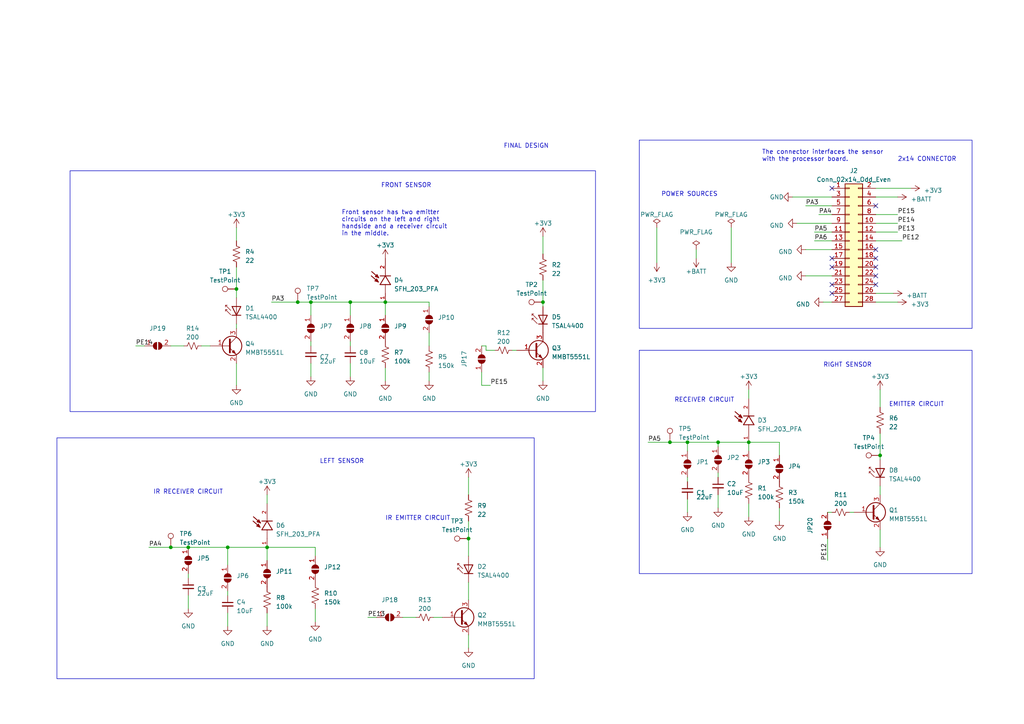
<source format=kicad_sch>
(kicad_sch (version 20230121) (generator eeschema)

  (uuid 6e3b68fa-2b7b-4515-b2f2-755a8cd3d47f)

  (paper "A4")

  (title_block
    (title "SENSOR")
    (date "2024-03-22")
    (rev "0")
    (company "UCT")
    (comment 1 "@AUTHOR: HLUNGWANI KHANYISA ")
  )

  (lib_symbols
    (symbol "Connector:TestPoint" (pin_numbers hide) (pin_names (offset 0.762) hide) (in_bom yes) (on_board yes)
      (property "Reference" "TP" (at 0 6.858 0)
        (effects (font (size 1.27 1.27)))
      )
      (property "Value" "TestPoint" (at 0 5.08 0)
        (effects (font (size 1.27 1.27)))
      )
      (property "Footprint" "" (at 5.08 0 0)
        (effects (font (size 1.27 1.27)) hide)
      )
      (property "Datasheet" "~" (at 5.08 0 0)
        (effects (font (size 1.27 1.27)) hide)
      )
      (property "ki_keywords" "test point tp" (at 0 0 0)
        (effects (font (size 1.27 1.27)) hide)
      )
      (property "ki_description" "test point" (at 0 0 0)
        (effects (font (size 1.27 1.27)) hide)
      )
      (property "ki_fp_filters" "Pin* Test*" (at 0 0 0)
        (effects (font (size 1.27 1.27)) hide)
      )
      (symbol "TestPoint_0_1"
        (circle (center 0 3.302) (radius 0.762)
          (stroke (width 0) (type default))
          (fill (type none))
        )
      )
      (symbol "TestPoint_1_1"
        (pin passive line (at 0 0 90) (length 2.54)
          (name "1" (effects (font (size 1.27 1.27))))
          (number "1" (effects (font (size 1.27 1.27))))
        )
      )
    )
    (symbol "Connector_Generic:Conn_02x14_Odd_Even" (pin_names (offset 1.016) hide) (in_bom yes) (on_board yes)
      (property "Reference" "J" (at 1.27 17.78 0)
        (effects (font (size 1.27 1.27)))
      )
      (property "Value" "Conn_02x14_Odd_Even" (at 1.27 -20.32 0)
        (effects (font (size 1.27 1.27)))
      )
      (property "Footprint" "" (at 0 0 0)
        (effects (font (size 1.27 1.27)) hide)
      )
      (property "Datasheet" "~" (at 0 0 0)
        (effects (font (size 1.27 1.27)) hide)
      )
      (property "ki_keywords" "connector" (at 0 0 0)
        (effects (font (size 1.27 1.27)) hide)
      )
      (property "ki_description" "Generic connector, double row, 02x14, odd/even pin numbering scheme (row 1 odd numbers, row 2 even numbers), script generated (kicad-library-utils/schlib/autogen/connector/)" (at 0 0 0)
        (effects (font (size 1.27 1.27)) hide)
      )
      (property "ki_fp_filters" "Connector*:*_2x??_*" (at 0 0 0)
        (effects (font (size 1.27 1.27)) hide)
      )
      (symbol "Conn_02x14_Odd_Even_1_1"
        (rectangle (start -1.27 -17.653) (end 0 -17.907)
          (stroke (width 0.1524) (type default))
          (fill (type none))
        )
        (rectangle (start -1.27 -15.113) (end 0 -15.367)
          (stroke (width 0.1524) (type default))
          (fill (type none))
        )
        (rectangle (start -1.27 -12.573) (end 0 -12.827)
          (stroke (width 0.1524) (type default))
          (fill (type none))
        )
        (rectangle (start -1.27 -10.033) (end 0 -10.287)
          (stroke (width 0.1524) (type default))
          (fill (type none))
        )
        (rectangle (start -1.27 -7.493) (end 0 -7.747)
          (stroke (width 0.1524) (type default))
          (fill (type none))
        )
        (rectangle (start -1.27 -4.953) (end 0 -5.207)
          (stroke (width 0.1524) (type default))
          (fill (type none))
        )
        (rectangle (start -1.27 -2.413) (end 0 -2.667)
          (stroke (width 0.1524) (type default))
          (fill (type none))
        )
        (rectangle (start -1.27 0.127) (end 0 -0.127)
          (stroke (width 0.1524) (type default))
          (fill (type none))
        )
        (rectangle (start -1.27 2.667) (end 0 2.413)
          (stroke (width 0.1524) (type default))
          (fill (type none))
        )
        (rectangle (start -1.27 5.207) (end 0 4.953)
          (stroke (width 0.1524) (type default))
          (fill (type none))
        )
        (rectangle (start -1.27 7.747) (end 0 7.493)
          (stroke (width 0.1524) (type default))
          (fill (type none))
        )
        (rectangle (start -1.27 10.287) (end 0 10.033)
          (stroke (width 0.1524) (type default))
          (fill (type none))
        )
        (rectangle (start -1.27 12.827) (end 0 12.573)
          (stroke (width 0.1524) (type default))
          (fill (type none))
        )
        (rectangle (start -1.27 15.367) (end 0 15.113)
          (stroke (width 0.1524) (type default))
          (fill (type none))
        )
        (rectangle (start -1.27 16.51) (end 3.81 -19.05)
          (stroke (width 0.254) (type default))
          (fill (type background))
        )
        (rectangle (start 3.81 -17.653) (end 2.54 -17.907)
          (stroke (width 0.1524) (type default))
          (fill (type none))
        )
        (rectangle (start 3.81 -15.113) (end 2.54 -15.367)
          (stroke (width 0.1524) (type default))
          (fill (type none))
        )
        (rectangle (start 3.81 -12.573) (end 2.54 -12.827)
          (stroke (width 0.1524) (type default))
          (fill (type none))
        )
        (rectangle (start 3.81 -10.033) (end 2.54 -10.287)
          (stroke (width 0.1524) (type default))
          (fill (type none))
        )
        (rectangle (start 3.81 -7.493) (end 2.54 -7.747)
          (stroke (width 0.1524) (type default))
          (fill (type none))
        )
        (rectangle (start 3.81 -4.953) (end 2.54 -5.207)
          (stroke (width 0.1524) (type default))
          (fill (type none))
        )
        (rectangle (start 3.81 -2.413) (end 2.54 -2.667)
          (stroke (width 0.1524) (type default))
          (fill (type none))
        )
        (rectangle (start 3.81 0.127) (end 2.54 -0.127)
          (stroke (width 0.1524) (type default))
          (fill (type none))
        )
        (rectangle (start 3.81 2.667) (end 2.54 2.413)
          (stroke (width 0.1524) (type default))
          (fill (type none))
        )
        (rectangle (start 3.81 5.207) (end 2.54 4.953)
          (stroke (width 0.1524) (type default))
          (fill (type none))
        )
        (rectangle (start 3.81 7.747) (end 2.54 7.493)
          (stroke (width 0.1524) (type default))
          (fill (type none))
        )
        (rectangle (start 3.81 10.287) (end 2.54 10.033)
          (stroke (width 0.1524) (type default))
          (fill (type none))
        )
        (rectangle (start 3.81 12.827) (end 2.54 12.573)
          (stroke (width 0.1524) (type default))
          (fill (type none))
        )
        (rectangle (start 3.81 15.367) (end 2.54 15.113)
          (stroke (width 0.1524) (type default))
          (fill (type none))
        )
        (pin passive line (at -5.08 15.24 0) (length 3.81)
          (name "Pin_1" (effects (font (size 1.27 1.27))))
          (number "1" (effects (font (size 1.27 1.27))))
        )
        (pin passive line (at 7.62 5.08 180) (length 3.81)
          (name "Pin_10" (effects (font (size 1.27 1.27))))
          (number "10" (effects (font (size 1.27 1.27))))
        )
        (pin passive line (at -5.08 2.54 0) (length 3.81)
          (name "Pin_11" (effects (font (size 1.27 1.27))))
          (number "11" (effects (font (size 1.27 1.27))))
        )
        (pin passive line (at 7.62 2.54 180) (length 3.81)
          (name "Pin_12" (effects (font (size 1.27 1.27))))
          (number "12" (effects (font (size 1.27 1.27))))
        )
        (pin passive line (at -5.08 0 0) (length 3.81)
          (name "Pin_13" (effects (font (size 1.27 1.27))))
          (number "13" (effects (font (size 1.27 1.27))))
        )
        (pin passive line (at 7.62 0 180) (length 3.81)
          (name "Pin_14" (effects (font (size 1.27 1.27))))
          (number "14" (effects (font (size 1.27 1.27))))
        )
        (pin passive line (at -5.08 -2.54 0) (length 3.81)
          (name "Pin_15" (effects (font (size 1.27 1.27))))
          (number "15" (effects (font (size 1.27 1.27))))
        )
        (pin passive line (at 7.62 -2.54 180) (length 3.81)
          (name "Pin_16" (effects (font (size 1.27 1.27))))
          (number "16" (effects (font (size 1.27 1.27))))
        )
        (pin passive line (at -5.08 -5.08 0) (length 3.81)
          (name "Pin_17" (effects (font (size 1.27 1.27))))
          (number "17" (effects (font (size 1.27 1.27))))
        )
        (pin passive line (at 7.62 -5.08 180) (length 3.81)
          (name "Pin_18" (effects (font (size 1.27 1.27))))
          (number "18" (effects (font (size 1.27 1.27))))
        )
        (pin passive line (at -5.08 -7.62 0) (length 3.81)
          (name "Pin_19" (effects (font (size 1.27 1.27))))
          (number "19" (effects (font (size 1.27 1.27))))
        )
        (pin passive line (at 7.62 15.24 180) (length 3.81)
          (name "Pin_2" (effects (font (size 1.27 1.27))))
          (number "2" (effects (font (size 1.27 1.27))))
        )
        (pin passive line (at 7.62 -7.62 180) (length 3.81)
          (name "Pin_20" (effects (font (size 1.27 1.27))))
          (number "20" (effects (font (size 1.27 1.27))))
        )
        (pin passive line (at -5.08 -10.16 0) (length 3.81)
          (name "Pin_21" (effects (font (size 1.27 1.27))))
          (number "21" (effects (font (size 1.27 1.27))))
        )
        (pin passive line (at 7.62 -10.16 180) (length 3.81)
          (name "Pin_22" (effects (font (size 1.27 1.27))))
          (number "22" (effects (font (size 1.27 1.27))))
        )
        (pin passive line (at -5.08 -12.7 0) (length 3.81)
          (name "Pin_23" (effects (font (size 1.27 1.27))))
          (number "23" (effects (font (size 1.27 1.27))))
        )
        (pin passive line (at 7.62 -12.7 180) (length 3.81)
          (name "Pin_24" (effects (font (size 1.27 1.27))))
          (number "24" (effects (font (size 1.27 1.27))))
        )
        (pin passive line (at -5.08 -15.24 0) (length 3.81)
          (name "Pin_25" (effects (font (size 1.27 1.27))))
          (number "25" (effects (font (size 1.27 1.27))))
        )
        (pin passive line (at 7.62 -15.24 180) (length 3.81)
          (name "Pin_26" (effects (font (size 1.27 1.27))))
          (number "26" (effects (font (size 1.27 1.27))))
        )
        (pin passive line (at -5.08 -17.78 0) (length 3.81)
          (name "Pin_27" (effects (font (size 1.27 1.27))))
          (number "27" (effects (font (size 1.27 1.27))))
        )
        (pin passive line (at 7.62 -17.78 180) (length 3.81)
          (name "Pin_28" (effects (font (size 1.27 1.27))))
          (number "28" (effects (font (size 1.27 1.27))))
        )
        (pin passive line (at -5.08 12.7 0) (length 3.81)
          (name "Pin_3" (effects (font (size 1.27 1.27))))
          (number "3" (effects (font (size 1.27 1.27))))
        )
        (pin passive line (at 7.62 12.7 180) (length 3.81)
          (name "Pin_4" (effects (font (size 1.27 1.27))))
          (number "4" (effects (font (size 1.27 1.27))))
        )
        (pin passive line (at -5.08 10.16 0) (length 3.81)
          (name "Pin_5" (effects (font (size 1.27 1.27))))
          (number "5" (effects (font (size 1.27 1.27))))
        )
        (pin passive line (at 7.62 10.16 180) (length 3.81)
          (name "Pin_6" (effects (font (size 1.27 1.27))))
          (number "6" (effects (font (size 1.27 1.27))))
        )
        (pin passive line (at -5.08 7.62 0) (length 3.81)
          (name "Pin_7" (effects (font (size 1.27 1.27))))
          (number "7" (effects (font (size 1.27 1.27))))
        )
        (pin passive line (at 7.62 7.62 180) (length 3.81)
          (name "Pin_8" (effects (font (size 1.27 1.27))))
          (number "8" (effects (font (size 1.27 1.27))))
        )
        (pin passive line (at -5.08 5.08 0) (length 3.81)
          (name "Pin_9" (effects (font (size 1.27 1.27))))
          (number "9" (effects (font (size 1.27 1.27))))
        )
      )
    )
    (symbol "Device:C_Small" (pin_numbers hide) (pin_names (offset 0.254) hide) (in_bom yes) (on_board yes)
      (property "Reference" "C" (at 0.254 1.778 0)
        (effects (font (size 1.27 1.27)) (justify left))
      )
      (property "Value" "C_Small" (at 0.254 -2.032 0)
        (effects (font (size 1.27 1.27)) (justify left))
      )
      (property "Footprint" "" (at 0 0 0)
        (effects (font (size 1.27 1.27)) hide)
      )
      (property "Datasheet" "~" (at 0 0 0)
        (effects (font (size 1.27 1.27)) hide)
      )
      (property "ki_keywords" "capacitor cap" (at 0 0 0)
        (effects (font (size 1.27 1.27)) hide)
      )
      (property "ki_description" "Unpolarized capacitor, small symbol" (at 0 0 0)
        (effects (font (size 1.27 1.27)) hide)
      )
      (property "ki_fp_filters" "C_*" (at 0 0 0)
        (effects (font (size 1.27 1.27)) hide)
      )
      (symbol "C_Small_0_1"
        (polyline
          (pts
            (xy -1.524 -0.508)
            (xy 1.524 -0.508)
          )
          (stroke (width 0.3302) (type default))
          (fill (type none))
        )
        (polyline
          (pts
            (xy -1.524 0.508)
            (xy 1.524 0.508)
          )
          (stroke (width 0.3048) (type default))
          (fill (type none))
        )
      )
      (symbol "C_Small_1_1"
        (pin passive line (at 0 2.54 270) (length 2.032)
          (name "~" (effects (font (size 1.27 1.27))))
          (number "1" (effects (font (size 1.27 1.27))))
        )
        (pin passive line (at 0 -2.54 90) (length 2.032)
          (name "~" (effects (font (size 1.27 1.27))))
          (number "2" (effects (font (size 1.27 1.27))))
        )
      )
    )
    (symbol "Device:R_Small_US" (pin_numbers hide) (pin_names (offset 0.254) hide) (in_bom yes) (on_board yes)
      (property "Reference" "R" (at 0.762 0.508 0)
        (effects (font (size 1.27 1.27)) (justify left))
      )
      (property "Value" "R_Small_US" (at 0.762 -1.016 0)
        (effects (font (size 1.27 1.27)) (justify left))
      )
      (property "Footprint" "" (at 0 0 0)
        (effects (font (size 1.27 1.27)) hide)
      )
      (property "Datasheet" "~" (at 0 0 0)
        (effects (font (size 1.27 1.27)) hide)
      )
      (property "ki_keywords" "r resistor" (at 0 0 0)
        (effects (font (size 1.27 1.27)) hide)
      )
      (property "ki_description" "Resistor, small US symbol" (at 0 0 0)
        (effects (font (size 1.27 1.27)) hide)
      )
      (property "ki_fp_filters" "R_*" (at 0 0 0)
        (effects (font (size 1.27 1.27)) hide)
      )
      (symbol "R_Small_US_1_1"
        (polyline
          (pts
            (xy 0 0)
            (xy 1.016 -0.381)
            (xy 0 -0.762)
            (xy -1.016 -1.143)
            (xy 0 -1.524)
          )
          (stroke (width 0) (type default))
          (fill (type none))
        )
        (polyline
          (pts
            (xy 0 1.524)
            (xy 1.016 1.143)
            (xy 0 0.762)
            (xy -1.016 0.381)
            (xy 0 0)
          )
          (stroke (width 0) (type default))
          (fill (type none))
        )
        (pin passive line (at 0 2.54 270) (length 1.016)
          (name "~" (effects (font (size 1.27 1.27))))
          (number "1" (effects (font (size 1.27 1.27))))
        )
        (pin passive line (at 0 -2.54 90) (length 1.016)
          (name "~" (effects (font (size 1.27 1.27))))
          (number "2" (effects (font (size 1.27 1.27))))
        )
      )
    )
    (symbol "Device:R_US" (pin_numbers hide) (pin_names (offset 0)) (in_bom yes) (on_board yes)
      (property "Reference" "R" (at 2.54 0 90)
        (effects (font (size 1.27 1.27)))
      )
      (property "Value" "R_US" (at -2.54 0 90)
        (effects (font (size 1.27 1.27)))
      )
      (property "Footprint" "" (at 1.016 -0.254 90)
        (effects (font (size 1.27 1.27)) hide)
      )
      (property "Datasheet" "~" (at 0 0 0)
        (effects (font (size 1.27 1.27)) hide)
      )
      (property "ki_keywords" "R res resistor" (at 0 0 0)
        (effects (font (size 1.27 1.27)) hide)
      )
      (property "ki_description" "Resistor, US symbol" (at 0 0 0)
        (effects (font (size 1.27 1.27)) hide)
      )
      (property "ki_fp_filters" "R_*" (at 0 0 0)
        (effects (font (size 1.27 1.27)) hide)
      )
      (symbol "R_US_0_1"
        (polyline
          (pts
            (xy 0 -2.286)
            (xy 0 -2.54)
          )
          (stroke (width 0) (type default))
          (fill (type none))
        )
        (polyline
          (pts
            (xy 0 2.286)
            (xy 0 2.54)
          )
          (stroke (width 0) (type default))
          (fill (type none))
        )
        (polyline
          (pts
            (xy 0 -0.762)
            (xy 1.016 -1.143)
            (xy 0 -1.524)
            (xy -1.016 -1.905)
            (xy 0 -2.286)
          )
          (stroke (width 0) (type default))
          (fill (type none))
        )
        (polyline
          (pts
            (xy 0 0.762)
            (xy 1.016 0.381)
            (xy 0 0)
            (xy -1.016 -0.381)
            (xy 0 -0.762)
          )
          (stroke (width 0) (type default))
          (fill (type none))
        )
        (polyline
          (pts
            (xy 0 2.286)
            (xy 1.016 1.905)
            (xy 0 1.524)
            (xy -1.016 1.143)
            (xy 0 0.762)
          )
          (stroke (width 0) (type default))
          (fill (type none))
        )
      )
      (symbol "R_US_1_1"
        (pin passive line (at 0 3.81 270) (length 1.27)
          (name "~" (effects (font (size 1.27 1.27))))
          (number "1" (effects (font (size 1.27 1.27))))
        )
        (pin passive line (at 0 -3.81 90) (length 1.27)
          (name "~" (effects (font (size 1.27 1.27))))
          (number "2" (effects (font (size 1.27 1.27))))
        )
      )
    )
    (symbol "Jumper:SolderJumper_2_Open" (pin_names (offset 0) hide) (in_bom yes) (on_board yes)
      (property "Reference" "JP" (at 0 2.032 0)
        (effects (font (size 1.27 1.27)))
      )
      (property "Value" "SolderJumper_2_Open" (at 0 -2.54 0)
        (effects (font (size 1.27 1.27)))
      )
      (property "Footprint" "" (at 0 0 0)
        (effects (font (size 1.27 1.27)) hide)
      )
      (property "Datasheet" "~" (at 0 0 0)
        (effects (font (size 1.27 1.27)) hide)
      )
      (property "ki_keywords" "solder jumper SPST" (at 0 0 0)
        (effects (font (size 1.27 1.27)) hide)
      )
      (property "ki_description" "Solder Jumper, 2-pole, open" (at 0 0 0)
        (effects (font (size 1.27 1.27)) hide)
      )
      (property "ki_fp_filters" "SolderJumper*Open*" (at 0 0 0)
        (effects (font (size 1.27 1.27)) hide)
      )
      (symbol "SolderJumper_2_Open_0_1"
        (arc (start -0.254 1.016) (mid -1.2656 0) (end -0.254 -1.016)
          (stroke (width 0) (type default))
          (fill (type none))
        )
        (arc (start -0.254 1.016) (mid -1.2656 0) (end -0.254 -1.016)
          (stroke (width 0) (type default))
          (fill (type outline))
        )
        (polyline
          (pts
            (xy -0.254 1.016)
            (xy -0.254 -1.016)
          )
          (stroke (width 0) (type default))
          (fill (type none))
        )
        (polyline
          (pts
            (xy 0.254 1.016)
            (xy 0.254 -1.016)
          )
          (stroke (width 0) (type default))
          (fill (type none))
        )
        (arc (start 0.254 -1.016) (mid 1.2656 0) (end 0.254 1.016)
          (stroke (width 0) (type default))
          (fill (type none))
        )
        (arc (start 0.254 -1.016) (mid 1.2656 0) (end 0.254 1.016)
          (stroke (width 0) (type default))
          (fill (type outline))
        )
      )
      (symbol "SolderJumper_2_Open_1_1"
        (pin passive line (at -3.81 0 0) (length 2.54)
          (name "A" (effects (font (size 1.27 1.27))))
          (number "1" (effects (font (size 1.27 1.27))))
        )
        (pin passive line (at 3.81 0 180) (length 2.54)
          (name "B" (effects (font (size 1.27 1.27))))
          (number "2" (effects (font (size 1.27 1.27))))
        )
      )
    )
    (symbol "LED:TSAL4400" (pin_numbers hide) (pin_names (offset 1.016) hide) (in_bom yes) (on_board yes)
      (property "Reference" "D" (at 0.508 1.778 0)
        (effects (font (size 1.27 1.27)) (justify left))
      )
      (property "Value" "TSAL4400" (at -1.016 -2.794 0)
        (effects (font (size 1.27 1.27)))
      )
      (property "Footprint" "LED_THT:LED_D3.0mm_IRBlack" (at 0 4.445 0)
        (effects (font (size 1.27 1.27)) hide)
      )
      (property "Datasheet" "http://www.vishay.com/docs/81006/tsal4400.pdf" (at -1.27 0 0)
        (effects (font (size 1.27 1.27)) hide)
      )
      (property "ki_keywords" "opto IR LED" (at 0 0 0)
        (effects (font (size 1.27 1.27)) hide)
      )
      (property "ki_description" "Infrared LED , 3mm LED package" (at 0 0 0)
        (effects (font (size 1.27 1.27)) hide)
      )
      (property "ki_fp_filters" "LED*3.0mm*IRBlack*" (at 0 0 0)
        (effects (font (size 1.27 1.27)) hide)
      )
      (symbol "TSAL4400_0_1"
        (polyline
          (pts
            (xy -2.54 1.27)
            (xy -2.54 -1.27)
          )
          (stroke (width 0.254) (type default))
          (fill (type none))
        )
        (polyline
          (pts
            (xy 0 0)
            (xy -2.54 0)
          )
          (stroke (width 0) (type default))
          (fill (type none))
        )
        (polyline
          (pts
            (xy 0.381 3.175)
            (xy -0.127 3.175)
          )
          (stroke (width 0) (type default))
          (fill (type none))
        )
        (polyline
          (pts
            (xy -1.143 1.651)
            (xy 0.381 3.175)
            (xy 0.381 2.667)
          )
          (stroke (width 0) (type default))
          (fill (type none))
        )
        (polyline
          (pts
            (xy 0 1.27)
            (xy -2.54 0)
            (xy 0 -1.27)
            (xy 0 1.27)
          )
          (stroke (width 0.254) (type default))
          (fill (type none))
        )
        (polyline
          (pts
            (xy -2.413 1.651)
            (xy -0.889 3.175)
            (xy -0.889 2.667)
            (xy -0.889 3.175)
            (xy -1.397 3.175)
          )
          (stroke (width 0) (type default))
          (fill (type none))
        )
      )
      (symbol "TSAL4400_1_1"
        (pin passive line (at -5.08 0 0) (length 2.54)
          (name "K" (effects (font (size 1.27 1.27))))
          (number "1" (effects (font (size 1.27 1.27))))
        )
        (pin passive line (at 2.54 0 180) (length 2.54)
          (name "A" (effects (font (size 1.27 1.27))))
          (number "2" (effects (font (size 1.27 1.27))))
        )
      )
    )
    (symbol "SFH_203_PFA:SFH_203_PFA" (pin_names (offset 1.016)) (in_bom yes) (on_board yes)
      (property "Reference" "D" (at -3.0988 4.4958 0)
        (effects (font (size 1.27 1.27)) (justify left bottom))
      )
      (property "Value" "SFH_203_PFA" (at -3.556 -3.302 0)
        (effects (font (size 1.27 1.27)) (justify left bottom))
      )
      (property "Footprint" "SFH_203_PFA:XDCR_SFH_203_PFA" (at 0 0 0)
        (effects (font (size 1.27 1.27)) (justify bottom) hide)
      )
      (property "Datasheet" "" (at 0 0 0)
        (effects (font (size 1.27 1.27)) hide)
      )
      (property "MF" "OSRAM Opto" (at 0 0 0)
        (effects (font (size 1.27 1.27)) (justify bottom) hide)
      )
      (property "Description" "\nPhotodiode 850nm 5ns 150° Radial\n" (at 0 0 0)
        (effects (font (size 1.27 1.27)) (justify bottom) hide)
      )
      (property "Package" "Radial Osram Opto" (at 0 0 0)
        (effects (font (size 1.27 1.27)) (justify bottom) hide)
      )
      (property "Price" "None" (at 0 0 0)
        (effects (font (size 1.27 1.27)) (justify bottom) hide)
      )
      (property "Check_prices" "https://www.snapeda.com/parts/SFH%20203%20PFA/OSRAM+Opto+Semiconductors+Inc./view-part/?ref=eda" (at 0 0 0)
        (effects (font (size 1.27 1.27)) (justify bottom) hide)
      )
      (property "STANDARD" "Manufacturer Recommendations" (at 0 0 0)
        (effects (font (size 1.27 1.27)) (justify bottom) hide)
      )
      (property "PARTREV" "1.3" (at 0 0 0)
        (effects (font (size 1.27 1.27)) (justify bottom) hide)
      )
      (property "SnapEDA_Link" "https://www.snapeda.com/parts/SFH%20203%20PFA/OSRAM+Opto+Semiconductors+Inc./view-part/?ref=snap" (at 0 0 0)
        (effects (font (size 1.27 1.27)) (justify bottom) hide)
      )
      (property "MP" "SFH 203 PFA" (at 0 0 0)
        (effects (font (size 1.27 1.27)) (justify bottom) hide)
      )
      (property "Availability" "In Stock" (at 0 0 0)
        (effects (font (size 1.27 1.27)) (justify bottom) hide)
      )
      (property "MANUFACTURER" "OSRAM" (at 0 0 0)
        (effects (font (size 1.27 1.27)) (justify bottom) hide)
      )
      (symbol "SFH_203_PFA_0_0"
        (polyline
          (pts
            (xy -2.54 -1.524)
            (xy 0 0)
          )
          (stroke (width 0.254) (type default))
          (fill (type none))
        )
        (polyline
          (pts
            (xy -2.54 0)
            (xy -5.08 0)
          )
          (stroke (width 0.1524) (type default))
          (fill (type none))
        )
        (polyline
          (pts
            (xy -2.54 0)
            (xy -2.54 -1.524)
          )
          (stroke (width 0.254) (type default))
          (fill (type none))
        )
        (polyline
          (pts
            (xy -2.54 1.524)
            (xy -2.54 0)
          )
          (stroke (width 0.254) (type default))
          (fill (type none))
        )
        (polyline
          (pts
            (xy -1.778 2.032)
            (xy -1.4478 2.9972)
          )
          (stroke (width 0.254) (type default))
          (fill (type none))
        )
        (polyline
          (pts
            (xy -1.778 2.032)
            (xy 0 4.064)
          )
          (stroke (width 0.254) (type default))
          (fill (type none))
        )
        (polyline
          (pts
            (xy -1.4732 2.2606)
            (xy -1.3462 2.2606)
          )
          (stroke (width 0.254) (type default))
          (fill (type none))
        )
        (polyline
          (pts
            (xy -1.4478 2.9972)
            (xy -1.4732 2.2606)
          )
          (stroke (width 0.254) (type default))
          (fill (type none))
        )
        (polyline
          (pts
            (xy -1.4478 2.9972)
            (xy -0.889 2.5146)
          )
          (stroke (width 0.254) (type default))
          (fill (type none))
        )
        (polyline
          (pts
            (xy -1.0668 2.5908)
            (xy -1.2954 2.4384)
          )
          (stroke (width 0.254) (type default))
          (fill (type none))
        )
        (polyline
          (pts
            (xy -0.889 2.5146)
            (xy -1.778 2.032)
          )
          (stroke (width 0.254) (type default))
          (fill (type none))
        )
        (polyline
          (pts
            (xy -0.5334 1.9304)
            (xy -0.2032 2.8956)
          )
          (stroke (width 0.254) (type default))
          (fill (type none))
        )
        (polyline
          (pts
            (xy -0.5334 1.9304)
            (xy 1.2446 3.9624)
          )
          (stroke (width 0.254) (type default))
          (fill (type none))
        )
        (polyline
          (pts
            (xy -0.2286 2.159)
            (xy -0.1016 2.159)
          )
          (stroke (width 0.254) (type default))
          (fill (type none))
        )
        (polyline
          (pts
            (xy -0.2032 2.8956)
            (xy -0.2286 2.159)
          )
          (stroke (width 0.254) (type default))
          (fill (type none))
        )
        (polyline
          (pts
            (xy -0.2032 2.8956)
            (xy 0.3556 2.413)
          )
          (stroke (width 0.254) (type default))
          (fill (type none))
        )
        (polyline
          (pts
            (xy 0 0)
            (xy -2.54 1.524)
          )
          (stroke (width 0.254) (type default))
          (fill (type none))
        )
        (polyline
          (pts
            (xy 0 1.524)
            (xy 0 -1.524)
          )
          (stroke (width 0.254) (type default))
          (fill (type none))
        )
        (polyline
          (pts
            (xy 0.1778 2.4892)
            (xy -0.0508 2.3368)
          )
          (stroke (width 0.254) (type default))
          (fill (type none))
        )
        (polyline
          (pts
            (xy 0.3556 2.413)
            (xy -0.5334 1.9304)
          )
          (stroke (width 0.254) (type default))
          (fill (type none))
        )
        (pin passive line (at -7.62 0 0) (length 2.54)
          (name "~" (effects (font (size 1.016 1.016))))
          (number "1" (effects (font (size 1.016 1.016))))
        )
        (pin passive line (at 5.08 0 180) (length 5.08)
          (name "~" (effects (font (size 1.016 1.016))))
          (number "2" (effects (font (size 1.016 1.016))))
        )
      )
    )
    (symbol "Transistor_BJT:MMBT5551L" (pin_names (offset 0) hide) (in_bom yes) (on_board yes)
      (property "Reference" "Q" (at 5.08 1.905 0)
        (effects (font (size 1.27 1.27)) (justify left))
      )
      (property "Value" "MMBT5551L" (at 5.08 0 0)
        (effects (font (size 1.27 1.27)) (justify left))
      )
      (property "Footprint" "Package_TO_SOT_SMD:SOT-23" (at 5.08 -1.905 0)
        (effects (font (size 1.27 1.27) italic) (justify left) hide)
      )
      (property "Datasheet" "www.onsemi.com/pub/Collateral/MMBT5550LT1-D.PDF" (at 0 0 0)
        (effects (font (size 1.27 1.27)) (justify left) hide)
      )
      (property "ki_keywords" "NPN Transistor" (at 0 0 0)
        (effects (font (size 1.27 1.27)) hide)
      )
      (property "ki_description" "0.6A Ic, 160V Vce, NPN Transistor, SOT-23" (at 0 0 0)
        (effects (font (size 1.27 1.27)) hide)
      )
      (property "ki_fp_filters" "SOT?23*" (at 0 0 0)
        (effects (font (size 1.27 1.27)) hide)
      )
      (symbol "MMBT5551L_0_1"
        (polyline
          (pts
            (xy 0.635 0.635)
            (xy 2.54 2.54)
          )
          (stroke (width 0) (type default))
          (fill (type none))
        )
        (polyline
          (pts
            (xy 0.635 -0.635)
            (xy 2.54 -2.54)
            (xy 2.54 -2.54)
          )
          (stroke (width 0) (type default))
          (fill (type none))
        )
        (polyline
          (pts
            (xy 0.635 1.905)
            (xy 0.635 -1.905)
            (xy 0.635 -1.905)
          )
          (stroke (width 0.508) (type default))
          (fill (type none))
        )
        (polyline
          (pts
            (xy 1.27 -1.778)
            (xy 1.778 -1.27)
            (xy 2.286 -2.286)
            (xy 1.27 -1.778)
            (xy 1.27 -1.778)
          )
          (stroke (width 0) (type default))
          (fill (type outline))
        )
        (circle (center 1.27 0) (radius 2.8194)
          (stroke (width 0.254) (type default))
          (fill (type none))
        )
      )
      (symbol "MMBT5551L_1_1"
        (pin input line (at -5.08 0 0) (length 5.715)
          (name "B" (effects (font (size 1.27 1.27))))
          (number "1" (effects (font (size 1.27 1.27))))
        )
        (pin passive line (at 2.54 -5.08 90) (length 2.54)
          (name "E" (effects (font (size 1.27 1.27))))
          (number "2" (effects (font (size 1.27 1.27))))
        )
        (pin passive line (at 2.54 5.08 270) (length 2.54)
          (name "C" (effects (font (size 1.27 1.27))))
          (number "3" (effects (font (size 1.27 1.27))))
        )
      )
    )
    (symbol "power:+3V3" (power) (pin_names (offset 0)) (in_bom yes) (on_board yes)
      (property "Reference" "#PWR" (at 0 -3.81 0)
        (effects (font (size 1.27 1.27)) hide)
      )
      (property "Value" "+3V3" (at 0 3.556 0)
        (effects (font (size 1.27 1.27)))
      )
      (property "Footprint" "" (at 0 0 0)
        (effects (font (size 1.27 1.27)) hide)
      )
      (property "Datasheet" "" (at 0 0 0)
        (effects (font (size 1.27 1.27)) hide)
      )
      (property "ki_keywords" "global power" (at 0 0 0)
        (effects (font (size 1.27 1.27)) hide)
      )
      (property "ki_description" "Power symbol creates a global label with name \"+3V3\"" (at 0 0 0)
        (effects (font (size 1.27 1.27)) hide)
      )
      (symbol "+3V3_0_1"
        (polyline
          (pts
            (xy -0.762 1.27)
            (xy 0 2.54)
          )
          (stroke (width 0) (type default))
          (fill (type none))
        )
        (polyline
          (pts
            (xy 0 0)
            (xy 0 2.54)
          )
          (stroke (width 0) (type default))
          (fill (type none))
        )
        (polyline
          (pts
            (xy 0 2.54)
            (xy 0.762 1.27)
          )
          (stroke (width 0) (type default))
          (fill (type none))
        )
      )
      (symbol "+3V3_1_1"
        (pin power_in line (at 0 0 90) (length 0) hide
          (name "+3V3" (effects (font (size 1.27 1.27))))
          (number "1" (effects (font (size 1.27 1.27))))
        )
      )
    )
    (symbol "power:+BATT" (power) (pin_names (offset 0)) (in_bom yes) (on_board yes)
      (property "Reference" "#PWR" (at 0 -3.81 0)
        (effects (font (size 1.27 1.27)) hide)
      )
      (property "Value" "+BATT" (at 0 3.556 0)
        (effects (font (size 1.27 1.27)))
      )
      (property "Footprint" "" (at 0 0 0)
        (effects (font (size 1.27 1.27)) hide)
      )
      (property "Datasheet" "" (at 0 0 0)
        (effects (font (size 1.27 1.27)) hide)
      )
      (property "ki_keywords" "global power battery" (at 0 0 0)
        (effects (font (size 1.27 1.27)) hide)
      )
      (property "ki_description" "Power symbol creates a global label with name \"+BATT\"" (at 0 0 0)
        (effects (font (size 1.27 1.27)) hide)
      )
      (symbol "+BATT_0_1"
        (polyline
          (pts
            (xy -0.762 1.27)
            (xy 0 2.54)
          )
          (stroke (width 0) (type default))
          (fill (type none))
        )
        (polyline
          (pts
            (xy 0 0)
            (xy 0 2.54)
          )
          (stroke (width 0) (type default))
          (fill (type none))
        )
        (polyline
          (pts
            (xy 0 2.54)
            (xy 0.762 1.27)
          )
          (stroke (width 0) (type default))
          (fill (type none))
        )
      )
      (symbol "+BATT_1_1"
        (pin power_in line (at 0 0 90) (length 0) hide
          (name "+BATT" (effects (font (size 1.27 1.27))))
          (number "1" (effects (font (size 1.27 1.27))))
        )
      )
    )
    (symbol "power:GND" (power) (pin_names (offset 0)) (in_bom yes) (on_board yes)
      (property "Reference" "#PWR" (at 0 -6.35 0)
        (effects (font (size 1.27 1.27)) hide)
      )
      (property "Value" "GND" (at 0 -3.81 0)
        (effects (font (size 1.27 1.27)))
      )
      (property "Footprint" "" (at 0 0 0)
        (effects (font (size 1.27 1.27)) hide)
      )
      (property "Datasheet" "" (at 0 0 0)
        (effects (font (size 1.27 1.27)) hide)
      )
      (property "ki_keywords" "global power" (at 0 0 0)
        (effects (font (size 1.27 1.27)) hide)
      )
      (property "ki_description" "Power symbol creates a global label with name \"GND\" , ground" (at 0 0 0)
        (effects (font (size 1.27 1.27)) hide)
      )
      (symbol "GND_0_1"
        (polyline
          (pts
            (xy 0 0)
            (xy 0 -1.27)
            (xy 1.27 -1.27)
            (xy 0 -2.54)
            (xy -1.27 -1.27)
            (xy 0 -1.27)
          )
          (stroke (width 0) (type default))
          (fill (type none))
        )
      )
      (symbol "GND_1_1"
        (pin power_in line (at 0 0 270) (length 0) hide
          (name "GND" (effects (font (size 1.27 1.27))))
          (number "1" (effects (font (size 1.27 1.27))))
        )
      )
    )
    (symbol "power:PWR_FLAG" (power) (pin_numbers hide) (pin_names (offset 0) hide) (in_bom yes) (on_board yes)
      (property "Reference" "#FLG" (at 0 1.905 0)
        (effects (font (size 1.27 1.27)) hide)
      )
      (property "Value" "PWR_FLAG" (at 0 3.81 0)
        (effects (font (size 1.27 1.27)))
      )
      (property "Footprint" "" (at 0 0 0)
        (effects (font (size 1.27 1.27)) hide)
      )
      (property "Datasheet" "~" (at 0 0 0)
        (effects (font (size 1.27 1.27)) hide)
      )
      (property "ki_keywords" "flag power" (at 0 0 0)
        (effects (font (size 1.27 1.27)) hide)
      )
      (property "ki_description" "Special symbol for telling ERC where power comes from" (at 0 0 0)
        (effects (font (size 1.27 1.27)) hide)
      )
      (symbol "PWR_FLAG_0_0"
        (pin power_out line (at 0 0 90) (length 0)
          (name "pwr" (effects (font (size 1.27 1.27))))
          (number "1" (effects (font (size 1.27 1.27))))
        )
      )
      (symbol "PWR_FLAG_0_1"
        (polyline
          (pts
            (xy 0 0)
            (xy 0 1.27)
            (xy -1.016 1.905)
            (xy 0 2.54)
            (xy 1.016 1.905)
            (xy 0 1.27)
          )
          (stroke (width 0) (type default))
          (fill (type none))
        )
      )
    )
  )

  (junction (at 157.48 87.63) (diameter 0) (color 0 0 0 0)
    (uuid 096435d7-633f-45f4-8a17-b77c35b2e349)
  )
  (junction (at 86.36 87.63) (diameter 0) (color 0 0 0 0)
    (uuid 0e7ba3a1-5a48-4370-b6cf-d4b02c15b0c4)
  )
  (junction (at 77.47 158.75) (diameter 0) (color 0 0 0 0)
    (uuid 2261debc-eff3-488a-b198-1cc0557b3778)
  )
  (junction (at 49.53 158.75) (diameter 0) (color 0 0 0 0)
    (uuid 2aef3891-42cd-408f-8edb-7c99738140e3)
  )
  (junction (at 66.04 158.75) (diameter 0) (color 0 0 0 0)
    (uuid 384344e7-1aab-442e-8a73-d8af65e4e69e)
  )
  (junction (at 199.39 128.27) (diameter 0) (color 0 0 0 0)
    (uuid 4699258d-e5bc-4a90-9f67-796713858fec)
  )
  (junction (at 217.17 128.27) (diameter 0) (color 0 0 0 0)
    (uuid 4c5b02c5-60ae-4bf1-8381-cec6355c827f)
  )
  (junction (at 101.6 87.63) (diameter 0) (color 0 0 0 0)
    (uuid 4c5dca7d-89db-4a21-a517-41ac37b4e1d5)
  )
  (junction (at 194.31 128.27) (diameter 0) (color 0 0 0 0)
    (uuid 58334cf9-eec6-4a24-9b91-75f6663dddad)
  )
  (junction (at 111.76 87.63) (diameter 0) (color 0 0 0 0)
    (uuid 618d816e-61bc-4c95-b2a4-84e3d16181ff)
  )
  (junction (at 90.17 87.63) (diameter 0) (color 0 0 0 0)
    (uuid 70146f93-54a4-44a4-9c2a-e2ed54340f8c)
  )
  (junction (at 135.89 156.21) (diameter 0) (color 0 0 0 0)
    (uuid 7153e171-0208-4e70-a1fc-37b151494948)
  )
  (junction (at 208.28 128.27) (diameter 0) (color 0 0 0 0)
    (uuid 85fa8049-75c4-4d74-897b-47de6d2f1f1b)
  )
  (junction (at 54.61 158.75) (diameter 0) (color 0 0 0 0)
    (uuid 9f8b383f-e85a-4921-aa43-f8f1a2e56878)
  )
  (junction (at 255.27 132.08) (diameter 0) (color 0 0 0 0)
    (uuid e73bc243-28f4-4d9e-b302-997272a4b5a3)
  )
  (junction (at 68.58 83.82) (diameter 0) (color 0 0 0 0)
    (uuid e8798990-cf66-4ec3-8a45-66cfc04add1b)
  )

  (no_connect (at 254 80.01) (uuid 0f3722ac-29df-4dde-9490-90d805654fe0))
  (no_connect (at 241.3 54.61) (uuid 1d76d7c1-999d-4f06-a558-60bdc969afd3))
  (no_connect (at 241.3 82.55) (uuid 256d1b7c-ff0a-4542-83f0-a148d57fd845))
  (no_connect (at 254 77.47) (uuid 2b56cb37-a4b9-4734-a6f7-9a2e25819e18))
  (no_connect (at 254 82.55) (uuid 2cadcbb4-42c5-49b1-8765-2c963367f3e9))
  (no_connect (at 241.3 77.47) (uuid 5551f420-e44b-42ff-89d1-61066a194d99))
  (no_connect (at 254 72.39) (uuid 8bb6e381-4193-4f8a-9fdd-36182ae85b20))
  (no_connect (at 241.3 85.09) (uuid ae1561b9-bb48-428b-a626-f81748cb362e))
  (no_connect (at 241.3 74.93) (uuid bde2d95d-dc09-4f3d-8a04-8415c1f349a2))
  (no_connect (at 254 59.69) (uuid ded38f62-a334-4383-a7ac-5b3ae48b3d06))
  (no_connect (at 254 74.93) (uuid e358fc2e-fa8f-4a76-9ef2-61b5e00479cd))

  (wire (pts (xy 135.89 184.15) (xy 135.89 187.96))
    (stroke (width 0) (type default))
    (uuid 0246df3e-be6b-47d3-95a8-0ef3c846152f)
  )
  (wire (pts (xy 68.58 66.04) (xy 68.58 69.85))
    (stroke (width 0) (type default))
    (uuid 028b07fd-3233-4364-b374-a198287eaf01)
  )
  (wire (pts (xy 101.6 100.33) (xy 101.6 99.06))
    (stroke (width 0) (type default))
    (uuid 04fb1b79-4af5-4b0a-a9bb-0927d7126720)
  )
  (wire (pts (xy 208.28 143.51) (xy 208.28 147.32))
    (stroke (width 0) (type default))
    (uuid 059797af-f0a5-403a-94da-c65c00898845)
  )
  (wire (pts (xy 157.48 81.28) (xy 157.48 87.63))
    (stroke (width 0) (type default))
    (uuid 0771e2cf-391f-4fe2-a406-74a43d3c45ba)
  )
  (wire (pts (xy 68.58 93.98) (xy 68.58 95.25))
    (stroke (width 0) (type default))
    (uuid 0ca16d41-a1c8-4c46-a7cf-3fcebf8daab2)
  )
  (wire (pts (xy 199.39 144.78) (xy 199.39 148.59))
    (stroke (width 0) (type default))
    (uuid 106224ed-9821-4f4e-bc97-6e3dd4eda133)
  )
  (wire (pts (xy 111.76 106.68) (xy 111.76 110.49))
    (stroke (width 0) (type default))
    (uuid 119947b6-d287-439e-9e64-e472e03758b6)
  )
  (wire (pts (xy 255.27 153.67) (xy 255.27 158.75))
    (stroke (width 0) (type default))
    (uuid 15487998-4285-4c78-a978-d4ea50ff0002)
  )
  (wire (pts (xy 77.47 146.05) (xy 77.47 143.51))
    (stroke (width 0) (type default))
    (uuid 1aac2ac1-7226-467f-a503-445a17091360)
  )
  (wire (pts (xy 135.89 138.43) (xy 135.89 143.51))
    (stroke (width 0) (type default))
    (uuid 1b57bbac-b4ad-45f2-82d9-0f05c633e18e)
  )
  (wire (pts (xy 157.48 68.58) (xy 157.48 73.66))
    (stroke (width 0) (type default))
    (uuid 1cbe6daa-ca44-40f2-9657-0b78815f8f01)
  )
  (wire (pts (xy 116.84 179.07) (xy 120.65 179.07))
    (stroke (width 0) (type default))
    (uuid 216a613a-aca9-4a96-99ec-f246efbb7bfc)
  )
  (wire (pts (xy 58.42 100.33) (xy 60.96 100.33))
    (stroke (width 0) (type default))
    (uuid 29a32ab6-99c9-4576-9724-ee949c33d937)
  )
  (wire (pts (xy 66.04 163.83) (xy 66.04 158.75))
    (stroke (width 0) (type default))
    (uuid 2a140ca2-879e-4c38-9351-d5b7fc27fa66)
  )
  (wire (pts (xy 77.47 158.75) (xy 77.47 162.56))
    (stroke (width 0) (type default))
    (uuid 2af1c211-a6c6-40e5-8058-ac76e8e9356d)
  )
  (wire (pts (xy 111.76 87.63) (xy 111.76 91.44))
    (stroke (width 0) (type default))
    (uuid 2db0080d-8d86-46c8-983c-60553a0475e2)
  )
  (wire (pts (xy 208.28 129.54) (xy 208.28 128.27))
    (stroke (width 0) (type default))
    (uuid 32b7d871-cd3b-43cb-ac89-552c5c8a2a22)
  )
  (wire (pts (xy 254 57.15) (xy 260.35 57.15))
    (stroke (width 0) (type default))
    (uuid 339b0a9c-dd2a-4c76-9edf-e80a792a6655)
  )
  (wire (pts (xy 66.04 177.8) (xy 66.04 181.61))
    (stroke (width 0) (type default))
    (uuid 35d482cb-aa18-449d-954d-bf06fc1b044e)
  )
  (wire (pts (xy 217.17 146.05) (xy 217.17 149.86))
    (stroke (width 0) (type default))
    (uuid 393b9612-9673-456a-996d-eaa942e28d77)
  )
  (wire (pts (xy 226.06 128.27) (xy 226.06 132.08))
    (stroke (width 0) (type default))
    (uuid 3b5ae263-1c9d-4165-8191-500677df5ad3)
  )
  (wire (pts (xy 255.27 132.08) (xy 255.27 133.35))
    (stroke (width 0) (type default))
    (uuid 3d9c824c-aa2b-4181-bff2-eb61613e36cc)
  )
  (wire (pts (xy 199.39 128.27) (xy 208.28 128.27))
    (stroke (width 0) (type default))
    (uuid 4bd16d14-0cab-4be7-b2aa-449fe154a89d)
  )
  (wire (pts (xy 254 67.31) (xy 260.35 67.31))
    (stroke (width 0) (type default))
    (uuid 4c9907a1-2f56-43f6-8f7b-cd15934d8de7)
  )
  (wire (pts (xy 236.22 69.85) (xy 241.3 69.85))
    (stroke (width 0) (type default))
    (uuid 4d997f78-07d3-441c-a6d3-7e75733e7620)
  )
  (wire (pts (xy 90.17 91.44) (xy 90.17 87.63))
    (stroke (width 0) (type default))
    (uuid 515689c5-204d-404f-81f4-98cfa106c4e3)
  )
  (wire (pts (xy 49.53 100.33) (xy 53.34 100.33))
    (stroke (width 0) (type default))
    (uuid 5275436a-bec0-4d19-ae9c-bbd44528afed)
  )
  (wire (pts (xy 109.22 179.07) (xy 106.68 179.07))
    (stroke (width 0) (type default))
    (uuid 5e577600-f742-4ad8-9677-68b65a6dfd32)
  )
  (wire (pts (xy 238.76 87.63) (xy 241.3 87.63))
    (stroke (width 0) (type default))
    (uuid 5f2c4c85-dab6-4b54-b5f0-96db1184fb00)
  )
  (wire (pts (xy 157.48 106.68) (xy 157.48 110.49))
    (stroke (width 0) (type default))
    (uuid 609ad66f-a95f-4c93-a8a3-a6fb34c06fb9)
  )
  (wire (pts (xy 43.18 158.75) (xy 49.53 158.75))
    (stroke (width 0) (type default))
    (uuid 6117b2d7-4d43-4420-b2b3-7c8b3c2d077f)
  )
  (wire (pts (xy 140.97 101.6) (xy 143.51 101.6))
    (stroke (width 0) (type default))
    (uuid 64551fa3-f9d3-4c85-9823-0eb96a0e5510)
  )
  (wire (pts (xy 231.14 64.77) (xy 241.3 64.77))
    (stroke (width 0) (type default))
    (uuid 660fc944-f3ac-43c6-976f-a7f386802487)
  )
  (wire (pts (xy 254 87.63) (xy 260.35 87.63))
    (stroke (width 0) (type default))
    (uuid 66f76ea1-10f3-49a8-8720-0bccff92ba82)
  )
  (wire (pts (xy 201.93 72.39) (xy 201.93 74.93))
    (stroke (width 0) (type default))
    (uuid 67e1397a-c278-44a9-a54d-180761373b1f)
  )
  (wire (pts (xy 212.09 76.2) (xy 212.09 66.04))
    (stroke (width 0) (type default))
    (uuid 6d179853-b888-44e7-9b9e-741f08332edf)
  )
  (wire (pts (xy 135.89 156.21) (xy 135.89 161.29))
    (stroke (width 0) (type default))
    (uuid 701cf5a1-882f-4c9b-bd80-1a2a384853e3)
  )
  (wire (pts (xy 78.74 87.63) (xy 86.36 87.63))
    (stroke (width 0) (type default))
    (uuid 78a34543-d7d5-4b50-bdcf-2c22d84cb2fe)
  )
  (wire (pts (xy 233.68 72.39) (xy 241.3 72.39))
    (stroke (width 0) (type default))
    (uuid 7e028f03-8268-4ce2-80f6-9ec2e7d31567)
  )
  (wire (pts (xy 124.46 87.63) (xy 124.46 88.9))
    (stroke (width 0) (type default))
    (uuid 7e2e367f-b3fe-4d47-909d-f8f89821e9cc)
  )
  (wire (pts (xy 199.39 139.7) (xy 199.39 138.43))
    (stroke (width 0) (type default))
    (uuid 7ff8bb2d-6ce5-4584-82b6-a5dcc71d8e72)
  )
  (wire (pts (xy 77.47 177.8) (xy 77.47 181.61))
    (stroke (width 0) (type default))
    (uuid 81c72b3c-43ca-41a2-bad2-8d2ae4a42f94)
  )
  (wire (pts (xy 254 69.85) (xy 261.62 69.85))
    (stroke (width 0) (type default))
    (uuid 8c9352c0-0af9-4ad8-b0c7-9b44d7e956c2)
  )
  (wire (pts (xy 140.97 100.33) (xy 140.97 101.6))
    (stroke (width 0) (type default))
    (uuid 8d074107-aa3c-4e74-9a14-2ad53052d4a6)
  )
  (wire (pts (xy 217.17 128.27) (xy 226.06 128.27))
    (stroke (width 0) (type default))
    (uuid 8e66e157-92ab-4859-8805-5c616c0b482c)
  )
  (wire (pts (xy 91.44 158.75) (xy 91.44 161.29))
    (stroke (width 0) (type default))
    (uuid 8fec82c9-9e65-4fa9-9d2a-787aef33fc33)
  )
  (wire (pts (xy 77.47 158.75) (xy 91.44 158.75))
    (stroke (width 0) (type default))
    (uuid 911dd79d-676a-4f82-b606-d695dd53780a)
  )
  (wire (pts (xy 208.28 128.27) (xy 217.17 128.27))
    (stroke (width 0) (type default))
    (uuid 91295cf1-49c0-421b-98f7-fac7ad3c2bc8)
  )
  (wire (pts (xy 91.44 176.53) (xy 91.44 180.34))
    (stroke (width 0) (type default))
    (uuid 920fdf9a-211b-4c9f-98c2-826cbf131e63)
  )
  (wire (pts (xy 101.6 87.63) (xy 111.76 87.63))
    (stroke (width 0) (type default))
    (uuid 93364422-ffd0-4ef6-8e9c-1c15a3c1bb3d)
  )
  (wire (pts (xy 255.27 113.03) (xy 255.27 118.11))
    (stroke (width 0) (type default))
    (uuid 93a9c1b0-d8e0-46f4-b2e2-6d453ec33c58)
  )
  (wire (pts (xy 101.6 91.44) (xy 101.6 87.63))
    (stroke (width 0) (type default))
    (uuid 95396bbf-0a3b-4ee8-95d7-95a50df1d323)
  )
  (wire (pts (xy 124.46 107.95) (xy 124.46 110.49))
    (stroke (width 0) (type default))
    (uuid 972938e5-1827-4adc-ae34-2bc682636cf6)
  )
  (wire (pts (xy 254 54.61) (xy 264.16 54.61))
    (stroke (width 0) (type default))
    (uuid 99b4220d-1d1c-48ce-bc4e-8612511d9993)
  )
  (wire (pts (xy 217.17 115.57) (xy 217.17 113.03))
    (stroke (width 0) (type default))
    (uuid 9b7fb039-e01b-4316-b3c6-308ba6f00167)
  )
  (wire (pts (xy 54.61 172.72) (xy 54.61 176.53))
    (stroke (width 0) (type default))
    (uuid 9be09858-9433-41b7-ba7e-728875cbb069)
  )
  (wire (pts (xy 124.46 96.52) (xy 124.46 100.33))
    (stroke (width 0) (type default))
    (uuid 9dac334d-8f5f-4145-8013-17f6989a63c9)
  )
  (wire (pts (xy 54.61 158.75) (xy 66.04 158.75))
    (stroke (width 0) (type default))
    (uuid 9e53b05d-e4c4-42a4-bb8a-febb3c254359)
  )
  (wire (pts (xy 68.58 105.41) (xy 68.58 111.76))
    (stroke (width 0) (type default))
    (uuid a0f891b1-b781-47dc-b0f7-8a34283b857f)
  )
  (wire (pts (xy 142.24 111.76) (xy 139.7 111.76))
    (stroke (width 0) (type default))
    (uuid a142f340-bd37-4e1d-af79-1bee8f237a2f)
  )
  (wire (pts (xy 148.59 101.6) (xy 149.86 101.6))
    (stroke (width 0) (type default))
    (uuid a4c21cd5-b789-4a08-b9e2-bdddfc9eccf7)
  )
  (wire (pts (xy 66.04 172.72) (xy 66.04 171.45))
    (stroke (width 0) (type default))
    (uuid a61a60b3-da41-435e-a19f-71cc457d2001)
  )
  (wire (pts (xy 66.04 158.75) (xy 77.47 158.75))
    (stroke (width 0) (type default))
    (uuid a962dba8-d721-4e7d-bd3a-cc285272e305)
  )
  (wire (pts (xy 190.5 76.2) (xy 190.5 66.04))
    (stroke (width 0) (type default))
    (uuid ad5b3903-640b-4906-854a-b2a491a8478b)
  )
  (wire (pts (xy 125.73 179.07) (xy 128.27 179.07))
    (stroke (width 0) (type default))
    (uuid b1a6c55e-91bf-4d2b-b578-55677b21cc0a)
  )
  (wire (pts (xy 68.58 83.82) (xy 68.58 86.36))
    (stroke (width 0) (type default))
    (uuid b46ac344-c968-4965-bfa5-3ee1fcae492c)
  )
  (wire (pts (xy 187.96 128.27) (xy 194.31 128.27))
    (stroke (width 0) (type default))
    (uuid b4dec995-aeb2-4b09-8f80-cbf72dc280cd)
  )
  (wire (pts (xy 254 62.23) (xy 260.35 62.23))
    (stroke (width 0) (type default))
    (uuid b52664b5-569f-4126-8b6b-ff50d5934579)
  )
  (wire (pts (xy 86.36 87.63) (xy 90.17 87.63))
    (stroke (width 0) (type default))
    (uuid b589884c-ede3-4765-a4f2-34c61d693ef0)
  )
  (wire (pts (xy 49.53 158.75) (xy 54.61 158.75))
    (stroke (width 0) (type default))
    (uuid bcca26be-d4ef-4322-b199-fb66a9bf3fde)
  )
  (wire (pts (xy 199.39 130.81) (xy 199.39 128.27))
    (stroke (width 0) (type default))
    (uuid c118663b-a4db-4ae7-aea2-f0a5e468bdcd)
  )
  (wire (pts (xy 139.7 100.33) (xy 140.97 100.33))
    (stroke (width 0) (type default))
    (uuid c35388b3-7f91-4ab5-a907-368527dbb257)
  )
  (wire (pts (xy 233.68 80.01) (xy 241.3 80.01))
    (stroke (width 0) (type default))
    (uuid c41a93a3-d129-4921-b3f8-e073e8a965dc)
  )
  (wire (pts (xy 237.49 62.23) (xy 241.3 62.23))
    (stroke (width 0) (type default))
    (uuid c446f0e0-e7f5-4ac2-a886-7986f9ec8d7e)
  )
  (wire (pts (xy 90.17 100.33) (xy 90.17 99.06))
    (stroke (width 0) (type default))
    (uuid c71a7fcf-b42d-4e99-80b1-c4418d026828)
  )
  (wire (pts (xy 101.6 105.41) (xy 101.6 109.22))
    (stroke (width 0) (type default))
    (uuid cbaed6a3-c5d5-4e7f-b688-8fd134046fc7)
  )
  (wire (pts (xy 255.27 125.73) (xy 255.27 132.08))
    (stroke (width 0) (type default))
    (uuid cbdf580c-c89f-433c-98c9-ad9c795f9d49)
  )
  (wire (pts (xy 236.22 67.31) (xy 241.3 67.31))
    (stroke (width 0) (type default))
    (uuid d1d20bf0-22da-4d2b-815d-ce7af099217b)
  )
  (wire (pts (xy 68.58 77.47) (xy 68.58 83.82))
    (stroke (width 0) (type default))
    (uuid d289c431-e8c2-47ab-be33-62c212031643)
  )
  (wire (pts (xy 254 64.77) (xy 260.35 64.77))
    (stroke (width 0) (type default))
    (uuid d5905ef1-8619-4421-bace-983da39207ab)
  )
  (wire (pts (xy 194.31 128.27) (xy 199.39 128.27))
    (stroke (width 0) (type default))
    (uuid d633abae-99d2-4302-8b55-a963db37d0fd)
  )
  (wire (pts (xy 101.6 87.63) (xy 90.17 87.63))
    (stroke (width 0) (type default))
    (uuid d67f518f-fcba-481c-9c7e-c05c2b2b1254)
  )
  (wire (pts (xy 135.89 168.91) (xy 135.89 173.99))
    (stroke (width 0) (type default))
    (uuid d7236fd1-f7c1-4ad3-a436-783eb3cff70e)
  )
  (wire (pts (xy 233.68 59.69) (xy 241.3 59.69))
    (stroke (width 0) (type default))
    (uuid d7b66039-d646-4122-86af-920e69a3e3f5)
  )
  (wire (pts (xy 135.89 151.13) (xy 135.89 156.21))
    (stroke (width 0) (type default))
    (uuid d8dce283-7f50-45f1-ba6d-bb9b8ebc53e4)
  )
  (wire (pts (xy 90.17 105.41) (xy 90.17 109.22))
    (stroke (width 0) (type default))
    (uuid ded281a0-eeab-4f2c-ac7b-76e2703be136)
  )
  (wire (pts (xy 255.27 140.97) (xy 255.27 143.51))
    (stroke (width 0) (type default))
    (uuid e382f6d8-4e4f-4bdc-9397-4896bc3e6fa5)
  )
  (wire (pts (xy 254 85.09) (xy 259.08 85.09))
    (stroke (width 0) (type default))
    (uuid e3999028-b029-47b1-9a28-2db0bbdd4084)
  )
  (wire (pts (xy 54.61 167.64) (xy 54.61 166.37))
    (stroke (width 0) (type default))
    (uuid e53adb6b-4058-4603-93ae-d6b94c031a5e)
  )
  (wire (pts (xy 157.48 87.63) (xy 157.48 88.9))
    (stroke (width 0) (type default))
    (uuid e5eeaad0-d7d0-45e2-9612-ba909f4f6ce6)
  )
  (wire (pts (xy 226.06 147.32) (xy 226.06 151.13))
    (stroke (width 0) (type default))
    (uuid e67384c8-332f-472d-8b3b-8b0f6baa6a2e)
  )
  (wire (pts (xy 139.7 107.95) (xy 139.7 111.76))
    (stroke (width 0) (type default))
    (uuid e78cc8bb-e66b-4c76-ada8-3290f4e622c1)
  )
  (wire (pts (xy 240.03 162.56) (xy 240.03 156.21))
    (stroke (width 0) (type default))
    (uuid e892d2d3-9028-4fdb-bea1-e112315fbc7b)
  )
  (wire (pts (xy 111.76 87.63) (xy 124.46 87.63))
    (stroke (width 0) (type default))
    (uuid ea3a3fc6-3272-4c00-a4be-a5b961bc1fa8)
  )
  (wire (pts (xy 39.37 100.33) (xy 41.91 100.33))
    (stroke (width 0) (type default))
    (uuid eab88962-abaf-4972-b53d-2fcc56e25f33)
  )
  (wire (pts (xy 217.17 128.27) (xy 217.17 130.81))
    (stroke (width 0) (type default))
    (uuid ef198d65-e1f5-4c0a-819d-8acdaaa38ea8)
  )
  (wire (pts (xy 240.03 148.59) (xy 241.3 148.59))
    (stroke (width 0) (type default))
    (uuid f202a7d5-2103-4e09-9b95-5448ea128e94)
  )
  (wire (pts (xy 208.28 138.43) (xy 208.28 137.16))
    (stroke (width 0) (type default))
    (uuid f2cb0eb0-352e-4504-ac9a-1d6d75a5487c)
  )
  (wire (pts (xy 229.87 57.15) (xy 241.3 57.15))
    (stroke (width 0) (type default))
    (uuid fa8c2e98-efc3-4e1c-9667-4416d4321278)
  )
  (wire (pts (xy 246.38 148.59) (xy 247.65 148.59))
    (stroke (width 0) (type default))
    (uuid fd814d48-838c-4657-a378-8657b4059eaf)
  )

  (rectangle (start 16.51 127) (end 154.94 196.85)
    (stroke (width 0) (type default))
    (fill (type none))
    (uuid 1ecbb4f1-37de-44b5-8c6c-543e788913e9)
  )
  (rectangle (start 20.32 49.53) (end 172.72 119.38)
    (stroke (width 0) (type default))
    (fill (type none))
    (uuid 508ec173-1258-46d9-ad2a-f61bf4c84d40)
  )
  (rectangle (start 185.42 40.64) (end 281.94 95.25)
    (stroke (width 0) (type default))
    (fill (type none))
    (uuid a244f58a-c41f-4454-9cc0-eb62097697d4)
  )
  (rectangle (start 185.42 101.6) (end 281.94 166.37)
    (stroke (width 0) (type default))
    (fill (type none))
    (uuid e44bf36b-a8a2-476e-82ea-f5cc8462cf9e)
  )

  (text "EMITTER CIRCUIT" (at 257.81 118.11 0)
    (effects (font (size 1.27 1.27)) (justify left bottom))
    (uuid 15624fcf-c9d9-43bc-bf30-65eb1e52f3d8)
  )
  (text "IR RECEIVER CIRCUIT\n" (at 44.45 143.51 0)
    (effects (font (size 1.27 1.27)) (justify left bottom))
    (uuid 20ed2174-9f98-49b6-bb73-c81682c8f7f1)
  )
  (text "Front sensor has two emitter \ncircuits on the left and right \nhandside and a receiver circuit \nin the middle."
    (at 99.06 68.58 0)
    (effects (font (size 1.27 1.27)) (justify left bottom))
    (uuid 3658bbf1-52df-4985-a6f0-f2631d027098)
  )
  (text "LEFT SENSOR" (at 92.71 134.62 0)
    (effects (font (size 1.27 1.27)) (justify left bottom))
    (uuid 49e24964-b1d2-46bb-9a28-21595637f80c)
  )
  (text "POWER SOURCES" (at 191.77 57.15 0)
    (effects (font (size 1.27 1.27)) (justify left bottom))
    (uuid 70f0b9d0-aa9a-46e9-849d-766421670adf)
  )
  (text "RIGHT SENSOR" (at 238.76 106.68 0)
    (effects (font (size 1.27 1.27)) (justify left bottom))
    (uuid 75127503-8413-447d-84d2-a2e5e1ddac7c)
  )
  (text "2x14 CONNECTOR" (at 260.35 46.99 0)
    (effects (font (size 1.27 1.27)) (justify left bottom))
    (uuid 77c82b34-9037-4d17-9b0f-a72af42a3fa4)
  )
  (text "IR EMITTER CIRCUIT" (at 111.76 151.13 0)
    (effects (font (size 1.27 1.27)) (justify left bottom))
    (uuid 844a9172-9c1e-4980-a1b6-9a90805b10e5)
  )
  (text "FRONT SENSOR" (at 110.49 54.61 0)
    (effects (font (size 1.27 1.27)) (justify left bottom))
    (uuid b546b807-3c82-44d0-88cb-4852b4ed7f28)
  )
  (text "FINAL DESIGN" (at 146.05 43.18 0)
    (effects (font (size 1.27 1.27)) (justify left bottom))
    (uuid c0a95748-0188-4a16-afd7-27db9856e62e)
  )
  (text "RECEIVER CIRCUIT" (at 195.58 116.84 0)
    (effects (font (size 1.27 1.27)) (justify left bottom))
    (uuid d9eb9317-f9e6-48c1-852e-7c62d61ae027)
  )
  (text "The connector interfaces the sensor\nwith the processor board."
    (at 220.98 46.99 0)
    (effects (font (size 1.27 1.27)) (justify left bottom))
    (uuid faa39d47-623f-41b6-9702-a262689204f5)
  )

  (label "PA4" (at 237.49 62.23 0) (fields_autoplaced)
    (effects (font (size 1.27 1.27)) (justify left bottom))
    (uuid 1f89d059-ecda-4f78-bfc7-9b2934483be4)
  )
  (label "PE14" (at 260.35 64.77 0) (fields_autoplaced)
    (effects (font (size 1.27 1.27)) (justify left bottom))
    (uuid 2151a252-1231-4077-a1fe-40d8ad925da8)
  )
  (label "PE14" (at 39.37 100.33 0) (fields_autoplaced)
    (effects (font (size 1.27 1.27)) (justify left bottom))
    (uuid 37ae0b0b-d2ff-4537-9325-2172ab4b7aa8)
  )
  (label "PE12" (at 261.62 69.85 0) (fields_autoplaced)
    (effects (font (size 1.27 1.27)) (justify left bottom))
    (uuid 56b28af2-7a66-4233-a2f6-0ddf51a96d01)
  )
  (label "PA4" (at 43.18 158.75 0) (fields_autoplaced)
    (effects (font (size 1.27 1.27)) (justify left bottom))
    (uuid 65f50448-e17a-4ac4-990b-6dfa3312f925)
  )
  (label "PE15" (at 260.35 62.23 0) (fields_autoplaced)
    (effects (font (size 1.27 1.27)) (justify left bottom))
    (uuid 7cf34c03-a63e-48f8-af3e-dcdcb47c9b2b)
  )
  (label "PA3" (at 78.74 87.63 0) (fields_autoplaced)
    (effects (font (size 1.27 1.27)) (justify left bottom))
    (uuid 89aed5c7-a247-4603-8d59-b3f4bcafd90d)
  )
  (label "PE12" (at 240.03 162.56 90) (fields_autoplaced)
    (effects (font (size 1.27 1.27)) (justify left bottom))
    (uuid 8b400e89-10b9-4fa0-9a12-30cd7f218f20)
  )
  (label "PA3" (at 233.68 59.69 0) (fields_autoplaced)
    (effects (font (size 1.27 1.27)) (justify left bottom))
    (uuid 8e667332-1a4f-4a00-84a5-99da4aa488e8)
  )
  (label "PA5" (at 187.96 128.27 0) (fields_autoplaced)
    (effects (font (size 1.27 1.27)) (justify left bottom))
    (uuid 8f716591-abb4-4e62-b4f7-88e709f26970)
  )
  (label "PE13" (at 106.68 179.07 0) (fields_autoplaced)
    (effects (font (size 1.27 1.27)) (justify left bottom))
    (uuid 9f7026bb-8406-4613-85f0-385bea030b58)
  )
  (label "PE13" (at 260.35 67.31 0) (fields_autoplaced)
    (effects (font (size 1.27 1.27)) (justify left bottom))
    (uuid b804656e-307a-4631-844a-5f4386cf7f76)
  )
  (label "PA6" (at 236.22 69.85 0) (fields_autoplaced)
    (effects (font (size 1.27 1.27)) (justify left bottom))
    (uuid ba90a580-0399-42ab-b4ef-a5992ac126c7)
  )
  (label "PA5" (at 236.22 67.31 0) (fields_autoplaced)
    (effects (font (size 1.27 1.27)) (justify left bottom))
    (uuid e9dc101b-90d6-4762-934b-f856f6a5b22b)
  )
  (label "PE15" (at 142.24 111.76 0) (fields_autoplaced)
    (effects (font (size 1.27 1.27)) (justify left bottom))
    (uuid eceb6e7d-90d0-4c24-b875-8715eac9af01)
  )

  (symbol (lib_id "Connector_Generic:Conn_02x14_Odd_Even") (at 246.38 69.85 0) (unit 1)
    (in_bom yes) (on_board yes) (dnp no) (fields_autoplaced)
    (uuid 03c3aed2-ff0d-4992-abe1-db8766ed15e0)
    (property "Reference" "J2" (at 247.65 49.53 0)
      (effects (font (size 1.27 1.27)))
    )
    (property "Value" "Conn_02x14_Odd_Even" (at 247.65 52.07 0)
      (effects (font (size 1.27 1.27)))
    )
    (property "Footprint" "Connector_JST:JST_PHD_B28B-PHDSS_2x14_P2.00mm_Vertical" (at 246.38 69.85 0)
      (effects (font (size 1.27 1.27)) hide)
    )
    (property "Datasheet" "~" (at 246.38 69.85 0)
      (effects (font (size 1.27 1.27)) hide)
    )
    (pin "1" (uuid 24f417ae-5efd-4cdf-985b-ec4236770b50))
    (pin "10" (uuid 82701806-8f68-4324-8e9d-54285c03b2df))
    (pin "11" (uuid 73669fcf-8fa9-4920-aacf-b829ab488317))
    (pin "12" (uuid dbe3f877-706a-42b1-beb7-424e3066281f))
    (pin "13" (uuid fda0c610-8e41-472b-9dd9-8ab80438673c))
    (pin "14" (uuid 2d75fd49-b9f2-4ada-a483-5bd6f7b23c6d))
    (pin "15" (uuid 9b6b9e54-0843-4776-92c0-ee435b83d78c))
    (pin "16" (uuid dac324dc-a3ef-4c94-a0d3-df447eb64604))
    (pin "17" (uuid 6c9f7bde-e50a-4de8-833d-28ce58c53df1))
    (pin "18" (uuid 7bc7bbba-0af6-4a78-9a8b-ab98d422a033))
    (pin "19" (uuid b94a5ece-1416-4d3c-99cb-4cc7bcd6003d))
    (pin "2" (uuid 19f78f50-1f32-4a78-807c-22bcfd60aaae))
    (pin "20" (uuid ad22016d-109a-4800-830d-e596cef38db7))
    (pin "21" (uuid 411c2a8c-f018-4cf8-bab3-4efb735e1d99))
    (pin "22" (uuid c4207736-2a7d-43d5-801d-559b4588c374))
    (pin "23" (uuid 1bd9ec58-9f9b-4272-86e8-250266373e64))
    (pin "24" (uuid 05e513e5-ecaa-4815-853e-36486d5bc3f7))
    (pin "25" (uuid fd1a46c6-3ce5-4aed-a141-c327df12bb3c))
    (pin "26" (uuid a59bcd67-d182-4ec8-8518-b534af149478))
    (pin "27" (uuid 47110638-9a42-4bdd-83d4-2c88f6439e65))
    (pin "28" (uuid 3d71286e-e51d-4399-a02b-909ac89b9876))
    (pin "3" (uuid e96c25bd-1c32-4df5-84c4-4dbb2d5696ab))
    (pin "4" (uuid 05cc1418-f7ad-4621-8cd5-bdca8f340448))
    (pin "5" (uuid 7e14035e-86f2-452f-8591-a203c012b908))
    (pin "6" (uuid 2fdc81d1-5cf7-435e-ba04-e527732a894f))
    (pin "7" (uuid 3a0bd0aa-b593-41f3-83e4-23e31906c629))
    (pin "8" (uuid 630eea5e-5009-4805-a7bb-e1bb65292074))
    (pin "9" (uuid 27a5abca-ca43-4c55-a7fc-1e142f2657da))
    (instances
      (project "Sensing Subsystem"
        (path "/6e3b68fa-2b7b-4515-b2f2-755a8cd3d47f"
          (reference "J2") (unit 1)
        )
      )
    )
  )

  (symbol (lib_id "Jumper:SolderJumper_2_Open") (at 240.03 152.4 90) (unit 1)
    (in_bom yes) (on_board yes) (dnp no) (fields_autoplaced)
    (uuid 08977b9d-cabf-4818-a91c-5aa9dc1846ef)
    (property "Reference" "JP20" (at 234.95 152.4 0)
      (effects (font (size 1.27 1.27)))
    )
    (property "Value" "SolderJumper_2_Open" (at 237.49 152.4 0)
      (effects (font (size 1.27 1.27)) hide)
    )
    (property "Footprint" "Jumper:SolderJumper-2_P1.3mm_Open_RoundedPad1.0x1.5mm" (at 240.03 152.4 0)
      (effects (font (size 1.27 1.27)) hide)
    )
    (property "Datasheet" "~" (at 240.03 152.4 0)
      (effects (font (size 1.27 1.27)) hide)
    )
    (pin "1" (uuid d3e6a848-2172-4527-a75b-bf33a9eca7ae))
    (pin "2" (uuid 3c13402b-f913-4d4f-a242-d6539d012ec1))
    (instances
      (project "Sensing Subsystem"
        (path "/6e3b68fa-2b7b-4515-b2f2-755a8cd3d47f"
          (reference "JP20") (unit 1)
        )
      )
    )
  )

  (symbol (lib_id "power:+3V3") (at 217.17 113.03 0) (unit 1)
    (in_bom yes) (on_board yes) (dnp no) (fields_autoplaced)
    (uuid 0ada61d8-c931-4315-9882-c6838a3ffaaf)
    (property "Reference" "#PWR09" (at 217.17 116.84 0)
      (effects (font (size 1.27 1.27)) hide)
    )
    (property "Value" "+3V3" (at 217.17 109.22 0)
      (effects (font (size 1.27 1.27)))
    )
    (property "Footprint" "" (at 217.17 113.03 0)
      (effects (font (size 1.27 1.27)) hide)
    )
    (property "Datasheet" "" (at 217.17 113.03 0)
      (effects (font (size 1.27 1.27)) hide)
    )
    (pin "1" (uuid d08cd2e9-ffa9-4431-a796-f815051c27a8))
    (instances
      (project "Sensing Subsystem"
        (path "/6e3b68fa-2b7b-4515-b2f2-755a8cd3d47f"
          (reference "#PWR09") (unit 1)
        )
      )
    )
  )

  (symbol (lib_id "SFH_203_PFA:SFH_203_PFA") (at 77.47 151.13 90) (unit 1)
    (in_bom yes) (on_board yes) (dnp no) (fields_autoplaced)
    (uuid 0d799445-e388-4246-bdce-b273ebbd4c38)
    (property "Reference" "D6" (at 80.01 152.3873 90)
      (effects (font (size 1.27 1.27)) (justify right))
    )
    (property "Value" "SFH_203_PFA" (at 80.01 154.9273 90)
      (effects (font (size 1.27 1.27)) (justify right))
    )
    (property "Footprint" "SFH203PFA:XDCR_SFH_203_PFA" (at 77.47 151.13 0)
      (effects (font (size 1.27 1.27)) (justify bottom) hide)
    )
    (property "Datasheet" "" (at 77.47 151.13 0)
      (effects (font (size 1.27 1.27)) hide)
    )
    (property "MF" "OSRAM Opto" (at 77.47 151.13 0)
      (effects (font (size 1.27 1.27)) (justify bottom) hide)
    )
    (property "Description" "\nPhotodiode 850nm 5ns 150° Radial\n" (at 77.47 151.13 0)
      (effects (font (size 1.27 1.27)) (justify bottom) hide)
    )
    (property "Package" "Radial Osram Opto" (at 77.47 151.13 0)
      (effects (font (size 1.27 1.27)) (justify bottom) hide)
    )
    (property "Price" "None" (at 77.47 151.13 0)
      (effects (font (size 1.27 1.27)) (justify bottom) hide)
    )
    (property "Check_prices" "https://www.snapeda.com/parts/SFH%20203%20PFA/OSRAM+Opto+Semiconductors+Inc./view-part/?ref=eda" (at 77.47 151.13 0)
      (effects (font (size 1.27 1.27)) (justify bottom) hide)
    )
    (property "STANDARD" "Manufacturer Recommendations" (at 77.47 151.13 0)
      (effects (font (size 1.27 1.27)) (justify bottom) hide)
    )
    (property "PARTREV" "1.3" (at 77.47 151.13 0)
      (effects (font (size 1.27 1.27)) (justify bottom) hide)
    )
    (property "SnapEDA_Link" "https://www.snapeda.com/parts/SFH%20203%20PFA/OSRAM+Opto+Semiconductors+Inc./view-part/?ref=snap" (at 77.47 151.13 0)
      (effects (font (size 1.27 1.27)) (justify bottom) hide)
    )
    (property "MP" "SFH 203 PFA" (at 77.47 151.13 0)
      (effects (font (size 1.27 1.27)) (justify bottom) hide)
    )
    (property "Availability" "In Stock" (at 77.47 151.13 0)
      (effects (font (size 1.27 1.27)) (justify bottom) hide)
    )
    (property "MANUFACTURER" "OSRAM" (at 77.47 151.13 0)
      (effects (font (size 1.27 1.27)) (justify bottom) hide)
    )
    (pin "1" (uuid 6c0c0d51-e46b-4d7b-b124-681eb38f0a35))
    (pin "2" (uuid 15385ceb-9b38-441a-9e79-c8e885ed62e3))
    (instances
      (project "Sensing Subsystem"
        (path "/6e3b68fa-2b7b-4515-b2f2-755a8cd3d47f"
          (reference "D6") (unit 1)
        )
      )
    )
  )

  (symbol (lib_id "Connector:TestPoint") (at 68.58 83.82 90) (unit 1)
    (in_bom yes) (on_board yes) (dnp no) (fields_autoplaced)
    (uuid 0dbf3383-e0ff-4910-a8bd-cc5bd40545e4)
    (property "Reference" "TP1" (at 65.278 78.74 90)
      (effects (font (size 1.27 1.27)))
    )
    (property "Value" "TestPoint" (at 65.278 81.28 90)
      (effects (font (size 1.27 1.27)))
    )
    (property "Footprint" "TestPoint:TestPoint_Pad_D1.0mm" (at 68.58 78.74 0)
      (effects (font (size 1.27 1.27)) hide)
    )
    (property "Datasheet" "~" (at 68.58 78.74 0)
      (effects (font (size 1.27 1.27)) hide)
    )
    (pin "1" (uuid e855a561-8880-4cf8-beb2-d8a208276708))
    (instances
      (project "Sensing Subsystem"
        (path "/6e3b68fa-2b7b-4515-b2f2-755a8cd3d47f"
          (reference "TP1") (unit 1)
        )
      )
    )
  )

  (symbol (lib_id "Jumper:SolderJumper_2_Open") (at 90.17 95.25 270) (unit 1)
    (in_bom yes) (on_board yes) (dnp no) (fields_autoplaced)
    (uuid 0f5fa37c-11bb-495d-b59b-0c41fbcaceac)
    (property "Reference" "JP7" (at 92.71 94.615 90)
      (effects (font (size 1.27 1.27)) (justify left))
    )
    (property "Value" "SolderJumper_2_Open" (at 92.71 97.155 90)
      (effects (font (size 1.27 1.27)) (justify left) hide)
    )
    (property "Footprint" "Jumper:SolderJumper-2_P1.3mm_Open_RoundedPad1.0x1.5mm" (at 90.17 95.25 0)
      (effects (font (size 1.27 1.27)) hide)
    )
    (property "Datasheet" "~" (at 90.17 95.25 0)
      (effects (font (size 1.27 1.27)) hide)
    )
    (pin "1" (uuid 2c284dfd-2938-4ce8-88ab-b8612d67b2d3))
    (pin "2" (uuid 061736af-91af-4752-a634-be765f899310))
    (instances
      (project "Sensing Subsystem"
        (path "/6e3b68fa-2b7b-4515-b2f2-755a8cd3d47f"
          (reference "JP7") (unit 1)
        )
      )
    )
  )

  (symbol (lib_id "Jumper:SolderJumper_2_Open") (at 54.61 162.56 270) (unit 1)
    (in_bom yes) (on_board yes) (dnp no) (fields_autoplaced)
    (uuid 10aba274-8f23-4cea-99a4-d7fa6fd95572)
    (property "Reference" "JP5" (at 57.15 161.925 90)
      (effects (font (size 1.27 1.27)) (justify left))
    )
    (property "Value" "SolderJumper_2_Open" (at 57.15 164.465 90)
      (effects (font (size 1.27 1.27)) (justify left) hide)
    )
    (property "Footprint" "Jumper:SolderJumper-2_P1.3mm_Open_RoundedPad1.0x1.5mm" (at 54.61 162.56 0)
      (effects (font (size 1.27 1.27)) hide)
    )
    (property "Datasheet" "~" (at 54.61 162.56 0)
      (effects (font (size 1.27 1.27)) hide)
    )
    (pin "1" (uuid 4910683c-c20c-4e35-a012-9b09f3452bbe))
    (pin "2" (uuid 3fa1f767-bec6-41ac-b03b-76b62bd64f4a))
    (instances
      (project "Sensing Subsystem"
        (path "/6e3b68fa-2b7b-4515-b2f2-755a8cd3d47f"
          (reference "JP5") (unit 1)
        )
      )
    )
  )

  (symbol (lib_id "power:GND") (at 91.44 180.34 0) (unit 1)
    (in_bom yes) (on_board yes) (dnp no) (fields_autoplaced)
    (uuid 11a0d55f-38a2-4601-9c59-36cbec519f0b)
    (property "Reference" "#PWR031" (at 91.44 186.69 0)
      (effects (font (size 1.27 1.27)) hide)
    )
    (property "Value" "GND" (at 91.44 185.42 0)
      (effects (font (size 1.27 1.27)))
    )
    (property "Footprint" "" (at 91.44 180.34 0)
      (effects (font (size 1.27 1.27)) hide)
    )
    (property "Datasheet" "" (at 91.44 180.34 0)
      (effects (font (size 1.27 1.27)) hide)
    )
    (pin "1" (uuid 2a147b4d-0afb-4e80-9a38-7b6b93024c41))
    (instances
      (project "Sensing Subsystem"
        (path "/6e3b68fa-2b7b-4515-b2f2-755a8cd3d47f"
          (reference "#PWR031") (unit 1)
        )
      )
    )
  )

  (symbol (lib_id "Connector:TestPoint") (at 86.36 87.63 0) (unit 1)
    (in_bom yes) (on_board yes) (dnp no) (fields_autoplaced)
    (uuid 17117f67-4481-45c8-80da-8af1bde9e246)
    (property "Reference" "TP7" (at 88.9 83.693 0)
      (effects (font (size 1.27 1.27)) (justify left))
    )
    (property "Value" "TestPoint" (at 88.9 86.233 0)
      (effects (font (size 1.27 1.27)) (justify left))
    )
    (property "Footprint" "TestPoint:TestPoint_Pad_D1.0mm" (at 91.44 87.63 0)
      (effects (font (size 1.27 1.27)) hide)
    )
    (property "Datasheet" "~" (at 91.44 87.63 0)
      (effects (font (size 1.27 1.27)) hide)
    )
    (pin "1" (uuid 9e41a84f-c732-44ad-a533-bbd5b5d5d681))
    (instances
      (project "Sensing Subsystem"
        (path "/6e3b68fa-2b7b-4515-b2f2-755a8cd3d47f"
          (reference "TP7") (unit 1)
        )
      )
    )
  )

  (symbol (lib_id "Device:R_Small_US") (at 55.88 100.33 90) (unit 1)
    (in_bom yes) (on_board yes) (dnp no) (fields_autoplaced)
    (uuid 1877900e-e1c6-44fa-acd0-05c51cc91b88)
    (property "Reference" "R14" (at 55.88 95.25 90)
      (effects (font (size 1.27 1.27)))
    )
    (property "Value" "200" (at 55.88 97.79 90)
      (effects (font (size 1.27 1.27)))
    )
    (property "Footprint" "Resistor_SMD:R_0805_2012Metric" (at 55.88 100.33 0)
      (effects (font (size 1.27 1.27)) hide)
    )
    (property "Datasheet" "~" (at 55.88 100.33 0)
      (effects (font (size 1.27 1.27)) hide)
    )
    (pin "1" (uuid e3ae3543-042e-4e14-b2f4-e9a7ecb3fd42))
    (pin "2" (uuid 2569b0b2-c547-4172-99d7-474ffd8dcd94))
    (instances
      (project "Sensing Subsystem"
        (path "/6e3b68fa-2b7b-4515-b2f2-755a8cd3d47f"
          (reference "R14") (unit 1)
        )
      )
    )
  )

  (symbol (lib_id "Device:R_US") (at 255.27 121.92 0) (unit 1)
    (in_bom yes) (on_board yes) (dnp no) (fields_autoplaced)
    (uuid 18abd954-1949-45e5-9091-5003abfe3e98)
    (property "Reference" "R6" (at 257.81 121.285 0)
      (effects (font (size 1.27 1.27)) (justify left))
    )
    (property "Value" "22" (at 257.81 123.825 0)
      (effects (font (size 1.27 1.27)) (justify left))
    )
    (property "Footprint" "Resistor_SMD:R_0805_2012Metric" (at 256.286 122.174 90)
      (effects (font (size 1.27 1.27)) hide)
    )
    (property "Datasheet" "~" (at 255.27 121.92 0)
      (effects (font (size 1.27 1.27)) hide)
    )
    (pin "1" (uuid 8f80b57a-c93f-46a8-a913-12099ae0440a))
    (pin "2" (uuid 55e9d96b-422d-4c8b-b83c-c0f7d182497e))
    (instances
      (project "Sensing Subsystem"
        (path "/6e3b68fa-2b7b-4515-b2f2-755a8cd3d47f"
          (reference "R6") (unit 1)
        )
      )
    )
  )

  (symbol (lib_id "Device:R_US") (at 111.76 102.87 0) (unit 1)
    (in_bom yes) (on_board yes) (dnp no) (fields_autoplaced)
    (uuid 1a06e9cd-ceff-4f05-acf7-7c5dc23b5a1f)
    (property "Reference" "R7" (at 114.3 102.235 0)
      (effects (font (size 1.27 1.27)) (justify left))
    )
    (property "Value" "100k" (at 114.3 104.775 0)
      (effects (font (size 1.27 1.27)) (justify left))
    )
    (property "Footprint" "Resistor_SMD:R_0805_2012Metric" (at 112.776 103.124 90)
      (effects (font (size 1.27 1.27)) hide)
    )
    (property "Datasheet" "~" (at 111.76 102.87 0)
      (effects (font (size 1.27 1.27)) hide)
    )
    (pin "1" (uuid fbfec6e7-4bf8-4bee-af6f-dba83053ab78))
    (pin "2" (uuid 2c9f82ac-caf4-403b-9b82-9c01349d97c7))
    (instances
      (project "Sensing Subsystem"
        (path "/6e3b68fa-2b7b-4515-b2f2-755a8cd3d47f"
          (reference "R7") (unit 1)
        )
      )
    )
  )

  (symbol (lib_id "Device:R_US") (at 68.58 73.66 0) (unit 1)
    (in_bom yes) (on_board yes) (dnp no) (fields_autoplaced)
    (uuid 1fccca1b-b096-45f5-9967-7a11653a622b)
    (property "Reference" "R4" (at 71.12 73.025 0)
      (effects (font (size 1.27 1.27)) (justify left))
    )
    (property "Value" "22" (at 71.12 75.565 0)
      (effects (font (size 1.27 1.27)) (justify left))
    )
    (property "Footprint" "Resistor_SMD:R_0805_2012Metric" (at 69.596 73.914 90)
      (effects (font (size 1.27 1.27)) hide)
    )
    (property "Datasheet" "~" (at 68.58 73.66 0)
      (effects (font (size 1.27 1.27)) hide)
    )
    (pin "1" (uuid cfd291b7-eaeb-4f47-b1aa-3a5f5b58744b))
    (pin "2" (uuid 491daee5-390a-4737-af55-9e68ca29a4ee))
    (instances
      (project "Sensing Subsystem"
        (path "/6e3b68fa-2b7b-4515-b2f2-755a8cd3d47f"
          (reference "R4") (unit 1)
        )
      )
    )
  )

  (symbol (lib_id "Device:R_US") (at 124.46 104.14 0) (unit 1)
    (in_bom yes) (on_board yes) (dnp no) (fields_autoplaced)
    (uuid 2627d70d-dbc8-4fa6-a5f4-33b928380473)
    (property "Reference" "R5" (at 127 103.505 0)
      (effects (font (size 1.27 1.27)) (justify left))
    )
    (property "Value" "150k" (at 127 106.045 0)
      (effects (font (size 1.27 1.27)) (justify left))
    )
    (property "Footprint" "Resistor_SMD:R_0805_2012Metric" (at 125.476 104.394 90)
      (effects (font (size 1.27 1.27)) hide)
    )
    (property "Datasheet" "~" (at 124.46 104.14 0)
      (effects (font (size 1.27 1.27)) hide)
    )
    (pin "1" (uuid f6fce207-4297-4fb0-bda3-a137f749f6e4))
    (pin "2" (uuid 196a034e-dbf3-454f-a667-8d4e6802ae1c))
    (instances
      (project "Sensing Subsystem"
        (path "/6e3b68fa-2b7b-4515-b2f2-755a8cd3d47f"
          (reference "R5") (unit 1)
        )
      )
    )
  )

  (symbol (lib_id "Device:C_Small") (at 66.04 175.26 0) (unit 1)
    (in_bom yes) (on_board yes) (dnp no) (fields_autoplaced)
    (uuid 27d068d1-8c54-460e-a7b1-b8599150447b)
    (property "Reference" "C4" (at 68.58 174.6313 0)
      (effects (font (size 1.27 1.27)) (justify left))
    )
    (property "Value" "10uF" (at 68.58 177.1713 0)
      (effects (font (size 1.27 1.27)) (justify left))
    )
    (property "Footprint" "Capacitor_SMD:C_1206_3216Metric" (at 66.04 175.26 0)
      (effects (font (size 1.27 1.27)) hide)
    )
    (property "Datasheet" "~" (at 66.04 175.26 0)
      (effects (font (size 1.27 1.27)) hide)
    )
    (pin "1" (uuid 18c14cd8-aad8-4e9e-8fd8-16f1fb639e72))
    (pin "2" (uuid 271a79fb-5152-43ef-91f9-8f9078754ca8))
    (instances
      (project "Sensing Subsystem"
        (path "/6e3b68fa-2b7b-4515-b2f2-755a8cd3d47f"
          (reference "C4") (unit 1)
        )
      )
    )
  )

  (symbol (lib_id "Jumper:SolderJumper_2_Open") (at 113.03 179.07 0) (unit 1)
    (in_bom yes) (on_board yes) (dnp no) (fields_autoplaced)
    (uuid 2b021996-fe27-4ffc-9a97-4d3541ee1be1)
    (property "Reference" "JP18" (at 113.03 173.99 0)
      (effects (font (size 1.27 1.27)))
    )
    (property "Value" "SolderJumper_2_Open" (at 113.03 176.53 0)
      (effects (font (size 1.27 1.27)) hide)
    )
    (property "Footprint" "Jumper:SolderJumper-2_P1.3mm_Open_RoundedPad1.0x1.5mm" (at 113.03 179.07 0)
      (effects (font (size 1.27 1.27)) hide)
    )
    (property "Datasheet" "~" (at 113.03 179.07 0)
      (effects (font (size 1.27 1.27)) hide)
    )
    (pin "1" (uuid 270b80d2-183a-4b59-9949-3dcad892e274))
    (pin "2" (uuid ba9ad131-7b54-4a3d-861f-30191cb89b84))
    (instances
      (project "Sensing Subsystem"
        (path "/6e3b68fa-2b7b-4515-b2f2-755a8cd3d47f"
          (reference "JP18") (unit 1)
        )
      )
    )
  )

  (symbol (lib_id "Jumper:SolderJumper_2_Open") (at 45.72 100.33 0) (unit 1)
    (in_bom yes) (on_board yes) (dnp no)
    (uuid 2b262690-33c1-4ec4-8577-1ddc3901ce4d)
    (property "Reference" "JP19" (at 45.72 95.25 0)
      (effects (font (size 1.27 1.27)))
    )
    (property "Value" "SolderJumper_2_Open" (at 43.18 97.79 0)
      (effects (font (size 1.27 1.27)) hide)
    )
    (property "Footprint" "Jumper:SolderJumper-2_P1.3mm_Open_RoundedPad1.0x1.5mm" (at 45.72 100.33 0)
      (effects (font (size 1.27 1.27)) hide)
    )
    (property "Datasheet" "~" (at 45.72 100.33 0)
      (effects (font (size 1.27 1.27)) hide)
    )
    (pin "1" (uuid 7cd35a21-40a4-4c45-8dd7-984ebeb66a29))
    (pin "2" (uuid b4803e6f-2971-451b-bcec-8b92ad8696e5))
    (instances
      (project "Sensing Subsystem"
        (path "/6e3b68fa-2b7b-4515-b2f2-755a8cd3d47f"
          (reference "JP19") (unit 1)
        )
      )
    )
  )

  (symbol (lib_id "Jumper:SolderJumper_2_Open") (at 101.6 95.25 270) (unit 1)
    (in_bom yes) (on_board yes) (dnp no) (fields_autoplaced)
    (uuid 3563ef3d-b02b-478e-87bf-bf0727f158b2)
    (property "Reference" "JP8" (at 104.14 94.615 90)
      (effects (font (size 1.27 1.27)) (justify left))
    )
    (property "Value" "SolderJumper_2_Open" (at 104.14 97.155 90)
      (effects (font (size 1.27 1.27)) (justify left) hide)
    )
    (property "Footprint" "Jumper:SolderJumper-2_P1.3mm_Open_RoundedPad1.0x1.5mm" (at 101.6 95.25 0)
      (effects (font (size 1.27 1.27)) hide)
    )
    (property "Datasheet" "~" (at 101.6 95.25 0)
      (effects (font (size 1.27 1.27)) hide)
    )
    (pin "1" (uuid 9ae7d21b-c459-46bd-9b17-d02367143966))
    (pin "2" (uuid 98cf4779-df00-4d3f-932d-41d94754c648))
    (instances
      (project "Sensing Subsystem"
        (path "/6e3b68fa-2b7b-4515-b2f2-755a8cd3d47f"
          (reference "JP8") (unit 1)
        )
      )
    )
  )

  (symbol (lib_id "power:+3V3") (at 68.58 66.04 0) (unit 1)
    (in_bom yes) (on_board yes) (dnp no) (fields_autoplaced)
    (uuid 3bfebda3-9a22-41d8-83a0-d23c18a4d821)
    (property "Reference" "#PWR04" (at 68.58 69.85 0)
      (effects (font (size 1.27 1.27)) hide)
    )
    (property "Value" "+3V3" (at 68.58 62.23 0)
      (effects (font (size 1.27 1.27)))
    )
    (property "Footprint" "" (at 68.58 66.04 0)
      (effects (font (size 1.27 1.27)) hide)
    )
    (property "Datasheet" "" (at 68.58 66.04 0)
      (effects (font (size 1.27 1.27)) hide)
    )
    (pin "1" (uuid 7712138a-f66e-4515-b626-2507fd48c0ba))
    (instances
      (project "Sensing Subsystem"
        (path "/6e3b68fa-2b7b-4515-b2f2-755a8cd3d47f"
          (reference "#PWR04") (unit 1)
        )
      )
    )
  )

  (symbol (lib_id "Transistor_BJT:MMBT5551L") (at 252.73 148.59 0) (unit 1)
    (in_bom yes) (on_board yes) (dnp no) (fields_autoplaced)
    (uuid 3c56be95-9857-4f8c-a247-e84de9116032)
    (property "Reference" "Q1" (at 257.81 147.955 0)
      (effects (font (size 1.27 1.27)) (justify left))
    )
    (property "Value" "MMBT5551L" (at 257.81 150.495 0)
      (effects (font (size 1.27 1.27)) (justify left))
    )
    (property "Footprint" "Package_TO_SOT_SMD:SOT-23" (at 257.81 150.495 0)
      (effects (font (size 1.27 1.27) italic) (justify left) hide)
    )
    (property "Datasheet" "www.onsemi.com/pub/Collateral/MMBT5550LT1-D.PDF" (at 252.73 148.59 0)
      (effects (font (size 1.27 1.27)) (justify left) hide)
    )
    (pin "1" (uuid 69ae869a-cfad-42e5-94fb-a207dbf98b5c))
    (pin "2" (uuid 6da60878-04c9-4521-97ba-b21d99f702da))
    (pin "3" (uuid b53d8031-42ea-4683-9468-025db77da136))
    (instances
      (project "Sensing Subsystem"
        (path "/6e3b68fa-2b7b-4515-b2f2-755a8cd3d47f"
          (reference "Q1") (unit 1)
        )
      )
    )
  )

  (symbol (lib_id "power:GND") (at 212.09 76.2 0) (unit 1)
    (in_bom yes) (on_board yes) (dnp no) (fields_autoplaced)
    (uuid 3f6df22a-5d61-4d45-ab6e-644447a26689)
    (property "Reference" "#PWR017" (at 212.09 82.55 0)
      (effects (font (size 1.27 1.27)) hide)
    )
    (property "Value" "GND" (at 212.09 81.28 0)
      (effects (font (size 1.27 1.27)))
    )
    (property "Footprint" "" (at 212.09 76.2 0)
      (effects (font (size 1.27 1.27)) hide)
    )
    (property "Datasheet" "" (at 212.09 76.2 0)
      (effects (font (size 1.27 1.27)) hide)
    )
    (pin "1" (uuid dad1e161-a80f-4bf9-86b6-5d5ae68d0ecb))
    (instances
      (project "Sensing Subsystem"
        (path "/6e3b68fa-2b7b-4515-b2f2-755a8cd3d47f"
          (reference "#PWR017") (unit 1)
        )
      )
    )
  )

  (symbol (lib_id "power:+BATT") (at 259.08 85.09 270) (unit 1)
    (in_bom yes) (on_board yes) (dnp no) (fields_autoplaced)
    (uuid 412419b1-9372-4534-97df-ed01a5c8f00f)
    (property "Reference" "#PWR02" (at 255.27 85.09 0)
      (effects (font (size 1.27 1.27)) hide)
    )
    (property "Value" "+BATT" (at 262.89 85.725 90)
      (effects (font (size 1.27 1.27)) (justify left))
    )
    (property "Footprint" "" (at 259.08 85.09 0)
      (effects (font (size 1.27 1.27)) hide)
    )
    (property "Datasheet" "" (at 259.08 85.09 0)
      (effects (font (size 1.27 1.27)) hide)
    )
    (pin "1" (uuid 119964a4-36e3-45e2-a241-3104c09713a2))
    (instances
      (project "Sensing Subsystem"
        (path "/6e3b68fa-2b7b-4515-b2f2-755a8cd3d47f"
          (reference "#PWR02") (unit 1)
        )
      )
    )
  )

  (symbol (lib_id "SFH_203_PFA:SFH_203_PFA") (at 111.76 80.01 90) (unit 1)
    (in_bom yes) (on_board yes) (dnp no) (fields_autoplaced)
    (uuid 4404d4e4-efaa-48ea-866a-de2d08f67b6c)
    (property "Reference" "D4" (at 114.3 81.2673 90)
      (effects (font (size 1.27 1.27)) (justify right))
    )
    (property "Value" "SFH_203_PFA" (at 114.3 83.8073 90)
      (effects (font (size 1.27 1.27)) (justify right))
    )
    (property "Footprint" "SFH203PFA:XDCR_SFH_203_PFA" (at 111.76 80.01 0)
      (effects (font (size 1.27 1.27)) (justify bottom) hide)
    )
    (property "Datasheet" "" (at 111.76 80.01 0)
      (effects (font (size 1.27 1.27)) hide)
    )
    (property "MF" "OSRAM Opto" (at 111.76 80.01 0)
      (effects (font (size 1.27 1.27)) (justify bottom) hide)
    )
    (property "Description" "\nPhotodiode 850nm 5ns 150° Radial\n" (at 111.76 80.01 0)
      (effects (font (size 1.27 1.27)) (justify bottom) hide)
    )
    (property "Package" "Radial Osram Opto" (at 111.76 80.01 0)
      (effects (font (size 1.27 1.27)) (justify bottom) hide)
    )
    (property "Price" "None" (at 111.76 80.01 0)
      (effects (font (size 1.27 1.27)) (justify bottom) hide)
    )
    (property "Check_prices" "https://www.snapeda.com/parts/SFH%20203%20PFA/OSRAM+Opto+Semiconductors+Inc./view-part/?ref=eda" (at 111.76 80.01 0)
      (effects (font (size 1.27 1.27)) (justify bottom) hide)
    )
    (property "STANDARD" "Manufacturer Recommendations" (at 111.76 80.01 0)
      (effects (font (size 1.27 1.27)) (justify bottom) hide)
    )
    (property "PARTREV" "1.3" (at 111.76 80.01 0)
      (effects (font (size 1.27 1.27)) (justify bottom) hide)
    )
    (property "SnapEDA_Link" "https://www.snapeda.com/parts/SFH%20203%20PFA/OSRAM+Opto+Semiconductors+Inc./view-part/?ref=snap" (at 111.76 80.01 0)
      (effects (font (size 1.27 1.27)) (justify bottom) hide)
    )
    (property "MP" "SFH 203 PFA" (at 111.76 80.01 0)
      (effects (font (size 1.27 1.27)) (justify bottom) hide)
    )
    (property "Availability" "In Stock" (at 111.76 80.01 0)
      (effects (font (size 1.27 1.27)) (justify bottom) hide)
    )
    (property "MANUFACTURER" "OSRAM" (at 111.76 80.01 0)
      (effects (font (size 1.27 1.27)) (justify bottom) hide)
    )
    (pin "1" (uuid 095f7ef0-2600-40a1-ad2e-fb2067e62eaf))
    (pin "2" (uuid 22d65d40-0ed3-43aa-9530-d5ef76ebf24c))
    (instances
      (project "Sensing Subsystem"
        (path "/6e3b68fa-2b7b-4515-b2f2-755a8cd3d47f"
          (reference "D4") (unit 1)
        )
      )
    )
  )

  (symbol (lib_id "Transistor_BJT:MMBT5551L") (at 133.35 179.07 0) (unit 1)
    (in_bom yes) (on_board yes) (dnp no) (fields_autoplaced)
    (uuid 4a269153-7669-4596-82c1-39d644fbb019)
    (property "Reference" "Q2" (at 138.43 178.435 0)
      (effects (font (size 1.27 1.27)) (justify left))
    )
    (property "Value" "MMBT5551L" (at 138.43 180.975 0)
      (effects (font (size 1.27 1.27)) (justify left))
    )
    (property "Footprint" "Package_TO_SOT_SMD:SOT-23" (at 138.43 180.975 0)
      (effects (font (size 1.27 1.27) italic) (justify left) hide)
    )
    (property "Datasheet" "www.onsemi.com/pub/Collateral/MMBT5550LT1-D.PDF" (at 133.35 179.07 0)
      (effects (font (size 1.27 1.27)) (justify left) hide)
    )
    (pin "1" (uuid 58947e5f-c6a1-4517-adee-70763123231f))
    (pin "2" (uuid 450426b0-0635-481c-8d12-36dfd85ace24))
    (pin "3" (uuid 620b5df6-676d-4c1b-84fc-43e75984f421))
    (instances
      (project "Sensing Subsystem"
        (path "/6e3b68fa-2b7b-4515-b2f2-755a8cd3d47f"
          (reference "Q2") (unit 1)
        )
      )
    )
  )

  (symbol (lib_id "power:+3V3") (at 111.76 74.93 0) (unit 1)
    (in_bom yes) (on_board yes) (dnp no) (fields_autoplaced)
    (uuid 4a5ed86b-6048-4b42-bd7c-b34f8ae4359d)
    (property "Reference" "#PWR035" (at 111.76 78.74 0)
      (effects (font (size 1.27 1.27)) hide)
    )
    (property "Value" "+3V3" (at 111.76 71.12 0)
      (effects (font (size 1.27 1.27)))
    )
    (property "Footprint" "" (at 111.76 74.93 0)
      (effects (font (size 1.27 1.27)) hide)
    )
    (property "Datasheet" "" (at 111.76 74.93 0)
      (effects (font (size 1.27 1.27)) hide)
    )
    (pin "1" (uuid 33f41d76-6494-40c1-9ceb-3975d43a3d6f))
    (instances
      (project "Sensing Subsystem"
        (path "/6e3b68fa-2b7b-4515-b2f2-755a8cd3d47f"
          (reference "#PWR035") (unit 1)
        )
      )
    )
  )

  (symbol (lib_id "power:GND") (at 199.39 148.59 0) (unit 1)
    (in_bom yes) (on_board yes) (dnp no) (fields_autoplaced)
    (uuid 4c6bb722-ea26-4d41-89c5-50b09074e4c1)
    (property "Reference" "#PWR05" (at 199.39 154.94 0)
      (effects (font (size 1.27 1.27)) hide)
    )
    (property "Value" "GND" (at 199.39 153.67 0)
      (effects (font (size 1.27 1.27)))
    )
    (property "Footprint" "" (at 199.39 148.59 0)
      (effects (font (size 1.27 1.27)) hide)
    )
    (property "Datasheet" "" (at 199.39 148.59 0)
      (effects (font (size 1.27 1.27)) hide)
    )
    (pin "1" (uuid c093fe4e-3b0b-4643-972e-7e0cacf72079))
    (instances
      (project "Sensing Subsystem"
        (path "/6e3b68fa-2b7b-4515-b2f2-755a8cd3d47f"
          (reference "#PWR05") (unit 1)
        )
      )
    )
  )

  (symbol (lib_id "power:PWR_FLAG") (at 190.5 66.04 0) (unit 1)
    (in_bom yes) (on_board yes) (dnp no) (fields_autoplaced)
    (uuid 4d691afb-3b6c-48eb-a2ab-903c2422e9c1)
    (property "Reference" "#FLG01" (at 190.5 64.135 0)
      (effects (font (size 1.27 1.27)) hide)
    )
    (property "Value" "PWR_FLAG" (at 190.5 62.23 0)
      (effects (font (size 1.27 1.27)))
    )
    (property "Footprint" "" (at 190.5 66.04 0)
      (effects (font (size 1.27 1.27)) hide)
    )
    (property "Datasheet" "~" (at 190.5 66.04 0)
      (effects (font (size 1.27 1.27)) hide)
    )
    (pin "1" (uuid 3419b5ce-1cc7-4e14-89da-4dced8b6548a))
    (instances
      (project "Sensing Subsystem"
        (path "/6e3b68fa-2b7b-4515-b2f2-755a8cd3d47f"
          (reference "#FLG01") (unit 1)
        )
      )
    )
  )

  (symbol (lib_id "power:GND") (at 229.87 57.15 270) (unit 1)
    (in_bom yes) (on_board yes) (dnp no)
    (uuid 4ee3918c-e16a-41c9-8f53-01d052689022)
    (property "Reference" "#PWR025" (at 223.52 57.15 0)
      (effects (font (size 1.27 1.27)) hide)
    )
    (property "Value" "GND" (at 227.33 57.15 90)
      (effects (font (size 1.27 1.27)) (justify right))
    )
    (property "Footprint" "" (at 229.87 57.15 0)
      (effects (font (size 1.27 1.27)) hide)
    )
    (property "Datasheet" "" (at 229.87 57.15 0)
      (effects (font (size 1.27 1.27)) hide)
    )
    (pin "1" (uuid fe60d16c-feac-4d9f-a600-1c345088dd31))
    (instances
      (project "Sensing Subsystem"
        (path "/6e3b68fa-2b7b-4515-b2f2-755a8cd3d47f"
          (reference "#PWR025") (unit 1)
        )
      )
    )
  )

  (symbol (lib_id "power:GND") (at 208.28 147.32 0) (unit 1)
    (in_bom yes) (on_board yes) (dnp no) (fields_autoplaced)
    (uuid 5080a63b-a6c3-4f85-9bb2-1713233232f7)
    (property "Reference" "#PWR06" (at 208.28 153.67 0)
      (effects (font (size 1.27 1.27)) hide)
    )
    (property "Value" "GND" (at 208.28 152.4 0)
      (effects (font (size 1.27 1.27)))
    )
    (property "Footprint" "" (at 208.28 147.32 0)
      (effects (font (size 1.27 1.27)) hide)
    )
    (property "Datasheet" "" (at 208.28 147.32 0)
      (effects (font (size 1.27 1.27)) hide)
    )
    (pin "1" (uuid 57ffb489-82a0-485d-a2c4-4b68cbc589a6))
    (instances
      (project "Sensing Subsystem"
        (path "/6e3b68fa-2b7b-4515-b2f2-755a8cd3d47f"
          (reference "#PWR06") (unit 1)
        )
      )
    )
  )

  (symbol (lib_id "Device:C_Small") (at 208.28 140.97 0) (unit 1)
    (in_bom yes) (on_board yes) (dnp no) (fields_autoplaced)
    (uuid 51e903c3-ffb6-410c-9b4d-e0ef0d42880a)
    (property "Reference" "C2" (at 210.82 140.3413 0)
      (effects (font (size 1.27 1.27)) (justify left))
    )
    (property "Value" "10uF" (at 210.82 142.8813 0)
      (effects (font (size 1.27 1.27)) (justify left))
    )
    (property "Footprint" "Capacitor_SMD:C_1206_3216Metric" (at 208.28 140.97 0)
      (effects (font (size 1.27 1.27)) hide)
    )
    (property "Datasheet" "~" (at 208.28 140.97 0)
      (effects (font (size 1.27 1.27)) hide)
    )
    (pin "1" (uuid 523b9cfe-605d-4239-a688-5b982536ef13))
    (pin "2" (uuid 8472a5d2-5f5b-4404-acdd-9b0062f6ea7c))
    (instances
      (project "Sensing Subsystem"
        (path "/6e3b68fa-2b7b-4515-b2f2-755a8cd3d47f"
          (reference "C2") (unit 1)
        )
      )
    )
  )

  (symbol (lib_id "power:GND") (at 231.14 64.77 270) (unit 1)
    (in_bom yes) (on_board yes) (dnp no) (fields_autoplaced)
    (uuid 51ebf5f4-23bb-412e-8841-e4b768f1e34a)
    (property "Reference" "#PWR023" (at 224.79 64.77 0)
      (effects (font (size 1.27 1.27)) hide)
    )
    (property "Value" "GND" (at 227.33 65.405 90)
      (effects (font (size 1.27 1.27)) (justify right))
    )
    (property "Footprint" "" (at 231.14 64.77 0)
      (effects (font (size 1.27 1.27)) hide)
    )
    (property "Datasheet" "" (at 231.14 64.77 0)
      (effects (font (size 1.27 1.27)) hide)
    )
    (pin "1" (uuid 14b56078-4893-47cd-a8a3-50992869a79b))
    (instances
      (project "Sensing Subsystem"
        (path "/6e3b68fa-2b7b-4515-b2f2-755a8cd3d47f"
          (reference "#PWR023") (unit 1)
        )
      )
    )
  )

  (symbol (lib_id "power:+3V3") (at 255.27 113.03 0) (unit 1)
    (in_bom yes) (on_board yes) (dnp no) (fields_autoplaced)
    (uuid 5367bb5a-dffc-480e-ba0a-b8e78f445bde)
    (property "Reference" "#PWR011" (at 255.27 116.84 0)
      (effects (font (size 1.27 1.27)) hide)
    )
    (property "Value" "+3V3" (at 255.27 109.22 0)
      (effects (font (size 1.27 1.27)))
    )
    (property "Footprint" "" (at 255.27 113.03 0)
      (effects (font (size 1.27 1.27)) hide)
    )
    (property "Datasheet" "" (at 255.27 113.03 0)
      (effects (font (size 1.27 1.27)) hide)
    )
    (pin "1" (uuid 9903e8fa-8eb3-45a8-83a1-4e32c4bdf4e4))
    (instances
      (project "Sensing Subsystem"
        (path "/6e3b68fa-2b7b-4515-b2f2-755a8cd3d47f"
          (reference "#PWR011") (unit 1)
        )
      )
    )
  )

  (symbol (lib_id "Jumper:SolderJumper_2_Open") (at 77.47 166.37 270) (unit 1)
    (in_bom yes) (on_board yes) (dnp no) (fields_autoplaced)
    (uuid 536d88e5-b3a3-4577-b69a-7119cb17ee64)
    (property "Reference" "JP11" (at 80.01 165.735 90)
      (effects (font (size 1.27 1.27)) (justify left))
    )
    (property "Value" "SolderJumper_2_Open" (at 80.01 168.275 90)
      (effects (font (size 1.27 1.27)) (justify left) hide)
    )
    (property "Footprint" "Jumper:SolderJumper-2_P1.3mm_Open_RoundedPad1.0x1.5mm" (at 77.47 166.37 0)
      (effects (font (size 1.27 1.27)) hide)
    )
    (property "Datasheet" "~" (at 77.47 166.37 0)
      (effects (font (size 1.27 1.27)) hide)
    )
    (pin "1" (uuid e372eb5b-b56a-47b7-9a1d-7774bd6491c2))
    (pin "2" (uuid 2724de2f-3975-4526-86ff-8e33d014267b))
    (instances
      (project "Sensing Subsystem"
        (path "/6e3b68fa-2b7b-4515-b2f2-755a8cd3d47f"
          (reference "JP11") (unit 1)
        )
      )
    )
  )

  (symbol (lib_id "power:GND") (at 68.58 111.76 0) (unit 1)
    (in_bom yes) (on_board yes) (dnp no) (fields_autoplaced)
    (uuid 592293f9-1161-4561-9298-ebc17fcdbf21)
    (property "Reference" "#PWR07" (at 68.58 118.11 0)
      (effects (font (size 1.27 1.27)) hide)
    )
    (property "Value" "GND" (at 68.58 116.84 0)
      (effects (font (size 1.27 1.27)))
    )
    (property "Footprint" "" (at 68.58 111.76 0)
      (effects (font (size 1.27 1.27)) hide)
    )
    (property "Datasheet" "" (at 68.58 111.76 0)
      (effects (font (size 1.27 1.27)) hide)
    )
    (pin "1" (uuid 92400cc7-5f9c-4c4d-a5af-007f13e6c285))
    (instances
      (project "Sensing Subsystem"
        (path "/6e3b68fa-2b7b-4515-b2f2-755a8cd3d47f"
          (reference "#PWR07") (unit 1)
        )
      )
    )
  )

  (symbol (lib_id "power:GND") (at 238.76 87.63 270) (unit 1)
    (in_bom yes) (on_board yes) (dnp no) (fields_autoplaced)
    (uuid 5d0589ed-2c70-4791-a2f7-40a180cf6acc)
    (property "Reference" "#PWR022" (at 232.41 87.63 0)
      (effects (font (size 1.27 1.27)) hide)
    )
    (property "Value" "GND" (at 234.95 88.265 90)
      (effects (font (size 1.27 1.27)) (justify right))
    )
    (property "Footprint" "" (at 238.76 87.63 0)
      (effects (font (size 1.27 1.27)) hide)
    )
    (property "Datasheet" "" (at 238.76 87.63 0)
      (effects (font (size 1.27 1.27)) hide)
    )
    (pin "1" (uuid 70fc7cfa-bdad-4e04-8d08-ca13bb30662f))
    (instances
      (project "Sensing Subsystem"
        (path "/6e3b68fa-2b7b-4515-b2f2-755a8cd3d47f"
          (reference "#PWR022") (unit 1)
        )
      )
    )
  )

  (symbol (lib_id "Jumper:SolderJumper_2_Open") (at 208.28 133.35 270) (unit 1)
    (in_bom yes) (on_board yes) (dnp no) (fields_autoplaced)
    (uuid 5f58705d-ed43-4954-a4c5-1b8f3efa1009)
    (property "Reference" "JP2" (at 210.82 132.715 90)
      (effects (font (size 1.27 1.27)) (justify left))
    )
    (property "Value" "SolderJumper_2_Open" (at 210.82 135.255 90)
      (effects (font (size 1.27 1.27)) (justify left) hide)
    )
    (property "Footprint" "Jumper:SolderJumper-2_P1.3mm_Open_RoundedPad1.0x1.5mm" (at 208.28 133.35 0)
      (effects (font (size 1.27 1.27)) hide)
    )
    (property "Datasheet" "~" (at 208.28 133.35 0)
      (effects (font (size 1.27 1.27)) hide)
    )
    (pin "1" (uuid a8470a25-2078-4070-847f-df47f1ca5411))
    (pin "2" (uuid fd39917b-45ef-4bb1-99d6-a9b39c7b37f5))
    (instances
      (project "Sensing Subsystem"
        (path "/6e3b68fa-2b7b-4515-b2f2-755a8cd3d47f"
          (reference "JP2") (unit 1)
        )
      )
    )
  )

  (symbol (lib_id "Device:C_Small") (at 54.61 170.18 0) (unit 1)
    (in_bom yes) (on_board yes) (dnp no) (fields_autoplaced)
    (uuid 5ff3988d-250e-4380-8dc7-87854bdd6c4a)
    (property "Reference" "C3" (at 57.15 170.8213 0)
      (effects (font (size 1.27 1.27)) (justify left))
    )
    (property "Value" "22uF" (at 57.15 172.0913 0)
      (effects (font (size 1.27 1.27)) (justify left))
    )
    (property "Footprint" "Capacitor_SMD:C_1206_3216Metric" (at 54.61 170.18 0)
      (effects (font (size 1.27 1.27)) hide)
    )
    (property "Datasheet" "~" (at 54.61 170.18 0)
      (effects (font (size 1.27 1.27)) hide)
    )
    (pin "1" (uuid c501d129-87bc-457d-8411-559dfe353656))
    (pin "2" (uuid 11f653a9-a934-4cdd-86e8-084770d79460))
    (instances
      (project "Sensing Subsystem"
        (path "/6e3b68fa-2b7b-4515-b2f2-755a8cd3d47f"
          (reference "C3") (unit 1)
        )
      )
    )
  )

  (symbol (lib_id "power:+BATT") (at 260.35 57.15 270) (unit 1)
    (in_bom yes) (on_board yes) (dnp no) (fields_autoplaced)
    (uuid 61014dfa-a9f3-458d-8515-c9f62fbdd420)
    (property "Reference" "#PWR027" (at 256.54 57.15 0)
      (effects (font (size 1.27 1.27)) hide)
    )
    (property "Value" "+BATT" (at 264.16 57.785 90)
      (effects (font (size 1.27 1.27)) (justify left))
    )
    (property "Footprint" "" (at 260.35 57.15 0)
      (effects (font (size 1.27 1.27)) hide)
    )
    (property "Datasheet" "" (at 260.35 57.15 0)
      (effects (font (size 1.27 1.27)) hide)
    )
    (pin "1" (uuid 8045df8a-b1b6-4a0d-8074-b9cd3583de96))
    (instances
      (project "Sensing Subsystem"
        (path "/6e3b68fa-2b7b-4515-b2f2-755a8cd3d47f"
          (reference "#PWR027") (unit 1)
        )
      )
    )
  )

  (symbol (lib_id "Jumper:SolderJumper_2_Open") (at 199.39 134.62 270) (unit 1)
    (in_bom yes) (on_board yes) (dnp no) (fields_autoplaced)
    (uuid 6455e482-e438-4414-96de-ed44817183b4)
    (property "Reference" "JP1" (at 201.93 133.985 90)
      (effects (font (size 1.27 1.27)) (justify left))
    )
    (property "Value" "SolderJumper_2_Open" (at 201.93 136.525 90)
      (effects (font (size 1.27 1.27)) (justify left) hide)
    )
    (property "Footprint" "Jumper:SolderJumper-2_P1.3mm_Open_RoundedPad1.0x1.5mm" (at 199.39 134.62 0)
      (effects (font (size 1.27 1.27)) hide)
    )
    (property "Datasheet" "~" (at 199.39 134.62 0)
      (effects (font (size 1.27 1.27)) hide)
    )
    (pin "1" (uuid 0fee2eb8-6d1b-4e07-9369-7daf2985cdce))
    (pin "2" (uuid 71ae9632-e353-4309-b588-2815f6a43586))
    (instances
      (project "Sensing Subsystem"
        (path "/6e3b68fa-2b7b-4515-b2f2-755a8cd3d47f"
          (reference "JP1") (unit 1)
        )
      )
    )
  )

  (symbol (lib_id "power:PWR_FLAG") (at 212.09 66.04 0) (unit 1)
    (in_bom yes) (on_board yes) (dnp no) (fields_autoplaced)
    (uuid 66f9960d-7153-4c02-80bc-9eaf9f6ed61f)
    (property "Reference" "#FLG02" (at 212.09 64.135 0)
      (effects (font (size 1.27 1.27)) hide)
    )
    (property "Value" "PWR_FLAG" (at 212.09 62.23 0)
      (effects (font (size 1.27 1.27)))
    )
    (property "Footprint" "" (at 212.09 66.04 0)
      (effects (font (size 1.27 1.27)) hide)
    )
    (property "Datasheet" "~" (at 212.09 66.04 0)
      (effects (font (size 1.27 1.27)) hide)
    )
    (pin "1" (uuid ff290b11-ceb7-4251-8953-7013a141e826))
    (instances
      (project "Sensing Subsystem"
        (path "/6e3b68fa-2b7b-4515-b2f2-755a8cd3d47f"
          (reference "#FLG02") (unit 1)
        )
      )
    )
  )

  (symbol (lib_id "Jumper:SolderJumper_2_Open") (at 124.46 92.71 270) (unit 1)
    (in_bom yes) (on_board yes) (dnp no) (fields_autoplaced)
    (uuid 67560e46-1d8d-4123-af95-6b6285f08bd2)
    (property "Reference" "JP10" (at 127 92.075 90)
      (effects (font (size 1.27 1.27)) (justify left))
    )
    (property "Value" "SolderJumper_2_Open" (at 127 94.615 90)
      (effects (font (size 1.27 1.27)) (justify left) hide)
    )
    (property "Footprint" "Jumper:SolderJumper-2_P1.3mm_Open_RoundedPad1.0x1.5mm" (at 124.46 92.71 0)
      (effects (font (size 1.27 1.27)) hide)
    )
    (property "Datasheet" "~" (at 124.46 92.71 0)
      (effects (font (size 1.27 1.27)) hide)
    )
    (pin "1" (uuid 5c6dad06-308f-4b69-b171-e6e73c485834))
    (pin "2" (uuid e84d8855-8eff-49f4-b80e-4d56a768d875))
    (instances
      (project "Sensing Subsystem"
        (path "/6e3b68fa-2b7b-4515-b2f2-755a8cd3d47f"
          (reference "JP10") (unit 1)
        )
      )
    )
  )

  (symbol (lib_id "Device:R_Small_US") (at 243.84 148.59 90) (unit 1)
    (in_bom yes) (on_board yes) (dnp no) (fields_autoplaced)
    (uuid 6d064e29-c57e-4f48-b4d1-b3785046053f)
    (property "Reference" "R11" (at 243.84 143.51 90)
      (effects (font (size 1.27 1.27)))
    )
    (property "Value" "200" (at 243.84 146.05 90)
      (effects (font (size 1.27 1.27)))
    )
    (property "Footprint" "Resistor_SMD:R_0805_2012Metric" (at 243.84 148.59 0)
      (effects (font (size 1.27 1.27)) hide)
    )
    (property "Datasheet" "~" (at 243.84 148.59 0)
      (effects (font (size 1.27 1.27)) hide)
    )
    (pin "1" (uuid bc5bb85e-99e2-4580-9333-522b0e04401e))
    (pin "2" (uuid d4599e87-a0a1-4ec0-80c7-dae3e7254bb5))
    (instances
      (project "Sensing Subsystem"
        (path "/6e3b68fa-2b7b-4515-b2f2-755a8cd3d47f"
          (reference "R11") (unit 1)
        )
      )
    )
  )

  (symbol (lib_id "power:GND") (at 77.47 181.61 0) (unit 1)
    (in_bom yes) (on_board yes) (dnp no) (fields_autoplaced)
    (uuid 71a01fbb-7848-45e1-8f54-9f8d7499fd1d)
    (property "Reference" "#PWR030" (at 77.47 187.96 0)
      (effects (font (size 1.27 1.27)) hide)
    )
    (property "Value" "GND" (at 77.47 186.69 0)
      (effects (font (size 1.27 1.27)))
    )
    (property "Footprint" "" (at 77.47 181.61 0)
      (effects (font (size 1.27 1.27)) hide)
    )
    (property "Datasheet" "" (at 77.47 181.61 0)
      (effects (font (size 1.27 1.27)) hide)
    )
    (pin "1" (uuid d7d145b2-c580-4d7c-a8f1-27daba976dbd))
    (instances
      (project "Sensing Subsystem"
        (path "/6e3b68fa-2b7b-4515-b2f2-755a8cd3d47f"
          (reference "#PWR030") (unit 1)
        )
      )
    )
  )

  (symbol (lib_id "Jumper:SolderJumper_2_Open") (at 217.17 134.62 270) (unit 1)
    (in_bom yes) (on_board yes) (dnp no) (fields_autoplaced)
    (uuid 73a85c22-9bd7-4c08-8176-033519e561a6)
    (property "Reference" "JP3" (at 219.71 133.985 90)
      (effects (font (size 1.27 1.27)) (justify left))
    )
    (property "Value" "SolderJumper_2_Open" (at 219.71 136.525 90)
      (effects (font (size 1.27 1.27)) (justify left) hide)
    )
    (property "Footprint" "Jumper:SolderJumper-2_P1.3mm_Open_RoundedPad1.0x1.5mm" (at 217.17 134.62 0)
      (effects (font (size 1.27 1.27)) hide)
    )
    (property "Datasheet" "~" (at 217.17 134.62 0)
      (effects (font (size 1.27 1.27)) hide)
    )
    (pin "1" (uuid 77ac833f-3156-48f6-aa2c-d0f52c445c27))
    (pin "2" (uuid 88515810-12ca-4bc3-a24f-28a5be147408))
    (instances
      (project "Sensing Subsystem"
        (path "/6e3b68fa-2b7b-4515-b2f2-755a8cd3d47f"
          (reference "JP3") (unit 1)
        )
      )
    )
  )

  (symbol (lib_id "Connector:TestPoint") (at 255.27 132.08 90) (unit 1)
    (in_bom yes) (on_board yes) (dnp no) (fields_autoplaced)
    (uuid 754a1dfe-26ba-4d23-b16a-74a49f967f84)
    (property "Reference" "TP4" (at 251.968 127 90)
      (effects (font (size 1.27 1.27)))
    )
    (property "Value" "TestPoint" (at 251.968 129.54 90)
      (effects (font (size 1.27 1.27)))
    )
    (property "Footprint" "TestPoint:TestPoint_Pad_D1.0mm" (at 255.27 127 0)
      (effects (font (size 1.27 1.27)) hide)
    )
    (property "Datasheet" "~" (at 255.27 127 0)
      (effects (font (size 1.27 1.27)) hide)
    )
    (pin "1" (uuid bd04cb58-ed7d-475a-a2ff-5c8974fcfe80))
    (instances
      (project "Sensing Subsystem"
        (path "/6e3b68fa-2b7b-4515-b2f2-755a8cd3d47f"
          (reference "TP4") (unit 1)
        )
      )
    )
  )

  (symbol (lib_id "LED:TSAL4400") (at 135.89 163.83 90) (unit 1)
    (in_bom yes) (on_board yes) (dnp no) (fields_autoplaced)
    (uuid 7dad3d98-6960-4f74-aa19-a5ecb05f8f13)
    (property "Reference" "D2" (at 138.43 164.338 90)
      (effects (font (size 1.27 1.27)) (justify right))
    )
    (property "Value" "TSAL4400" (at 138.43 166.878 90)
      (effects (font (size 1.27 1.27)) (justify right))
    )
    (property "Footprint" "LED_THT:LED_D5.0mm_Horizontal_O1.27mm_Z3.0mm_IRBlack" (at 131.445 163.83 0)
      (effects (font (size 1.27 1.27)) hide)
    )
    (property "Datasheet" "http://www.vishay.com/docs/81006/tsal4400.pdf" (at 135.89 165.1 0)
      (effects (font (size 1.27 1.27)) hide)
    )
    (pin "1" (uuid 2910d5d6-cc45-4bc6-9ec3-93febd928b63))
    (pin "2" (uuid 611fef05-0d09-4811-96cf-a51a35e7a282))
    (instances
      (project "Sensing Subsystem"
        (path "/6e3b68fa-2b7b-4515-b2f2-755a8cd3d47f"
          (reference "D2") (unit 1)
        )
      )
    )
  )

  (symbol (lib_id "Device:R_US") (at 226.06 143.51 0) (unit 1)
    (in_bom yes) (on_board yes) (dnp no) (fields_autoplaced)
    (uuid 8ad893b3-90c0-4423-880e-c4fd13c66621)
    (property "Reference" "R3" (at 228.6 142.875 0)
      (effects (font (size 1.27 1.27)) (justify left))
    )
    (property "Value" "150k" (at 228.6 145.415 0)
      (effects (font (size 1.27 1.27)) (justify left))
    )
    (property "Footprint" "Resistor_SMD:R_0805_2012Metric" (at 227.076 143.764 90)
      (effects (font (size 1.27 1.27)) hide)
    )
    (property "Datasheet" "~" (at 226.06 143.51 0)
      (effects (font (size 1.27 1.27)) hide)
    )
    (pin "1" (uuid f6d51f65-a957-4c71-bb3f-52fb3249a094))
    (pin "2" (uuid de27774e-4048-49e9-b581-88524873e7d1))
    (instances
      (project "Sensing Subsystem"
        (path "/6e3b68fa-2b7b-4515-b2f2-755a8cd3d47f"
          (reference "R3") (unit 1)
        )
      )
    )
  )

  (symbol (lib_id "Jumper:SolderJumper_2_Open") (at 226.06 135.89 270) (unit 1)
    (in_bom yes) (on_board yes) (dnp no) (fields_autoplaced)
    (uuid 8b4e047c-d6ba-4035-904e-e9fb35dc2690)
    (property "Reference" "JP4" (at 228.6 135.255 90)
      (effects (font (size 1.27 1.27)) (justify left))
    )
    (property "Value" "SolderJumper_2_Open" (at 228.6 137.795 90)
      (effects (font (size 1.27 1.27)) (justify left) hide)
    )
    (property "Footprint" "Jumper:SolderJumper-2_P1.3mm_Open_RoundedPad1.0x1.5mm" (at 226.06 135.89 0)
      (effects (font (size 1.27 1.27)) hide)
    )
    (property "Datasheet" "~" (at 226.06 135.89 0)
      (effects (font (size 1.27 1.27)) hide)
    )
    (pin "1" (uuid 823242f3-a706-4692-a6de-ea29d759b186))
    (pin "2" (uuid efa7401a-da8c-4a18-b664-755a7731c9e5))
    (instances
      (project "Sensing Subsystem"
        (path "/6e3b68fa-2b7b-4515-b2f2-755a8cd3d47f"
          (reference "JP4") (unit 1)
        )
      )
    )
  )

  (symbol (lib_id "Jumper:SolderJumper_2_Open") (at 66.04 167.64 270) (unit 1)
    (in_bom yes) (on_board yes) (dnp no) (fields_autoplaced)
    (uuid 8cf96c91-5637-45a2-8442-e2ca0fee282b)
    (property "Reference" "JP6" (at 68.58 167.005 90)
      (effects (font (size 1.27 1.27)) (justify left))
    )
    (property "Value" "SolderJumper_2_Open" (at 68.58 169.545 90)
      (effects (font (size 1.27 1.27)) (justify left) hide)
    )
    (property "Footprint" "Jumper:SolderJumper-2_P1.3mm_Open_RoundedPad1.0x1.5mm" (at 66.04 167.64 0)
      (effects (font (size 1.27 1.27)) hide)
    )
    (property "Datasheet" "~" (at 66.04 167.64 0)
      (effects (font (size 1.27 1.27)) hide)
    )
    (pin "1" (uuid dcb3ea39-23e3-4fc7-8a7c-eb293c95bc17))
    (pin "2" (uuid 3abf4562-0468-4fc0-afa4-55d9f33ebf33))
    (instances
      (project "Sensing Subsystem"
        (path "/6e3b68fa-2b7b-4515-b2f2-755a8cd3d47f"
          (reference "JP6") (unit 1)
        )
      )
    )
  )

  (symbol (lib_id "power:GND") (at 90.17 109.22 0) (unit 1)
    (in_bom yes) (on_board yes) (dnp no) (fields_autoplaced)
    (uuid 8e8c9cff-1acb-4e5e-a1a3-8026e739a592)
    (property "Reference" "#PWR033" (at 90.17 115.57 0)
      (effects (font (size 1.27 1.27)) hide)
    )
    (property "Value" "GND" (at 90.17 114.3 0)
      (effects (font (size 1.27 1.27)))
    )
    (property "Footprint" "" (at 90.17 109.22 0)
      (effects (font (size 1.27 1.27)) hide)
    )
    (property "Datasheet" "" (at 90.17 109.22 0)
      (effects (font (size 1.27 1.27)) hide)
    )
    (pin "1" (uuid 498a6730-a190-413d-bfc9-bccab2685b9b))
    (instances
      (project "Sensing Subsystem"
        (path "/6e3b68fa-2b7b-4515-b2f2-755a8cd3d47f"
          (reference "#PWR033") (unit 1)
        )
      )
    )
  )

  (symbol (lib_id "Connector:TestPoint") (at 157.48 87.63 90) (unit 1)
    (in_bom yes) (on_board yes) (dnp no) (fields_autoplaced)
    (uuid 94f20fe6-e02b-4119-9bd9-80354331a2d5)
    (property "Reference" "TP2" (at 154.178 82.55 90)
      (effects (font (size 1.27 1.27)))
    )
    (property "Value" "TestPoint" (at 154.178 85.09 90)
      (effects (font (size 1.27 1.27)))
    )
    (property "Footprint" "TestPoint:TestPoint_Pad_D1.0mm" (at 157.48 82.55 0)
      (effects (font (size 1.27 1.27)) hide)
    )
    (property "Datasheet" "~" (at 157.48 82.55 0)
      (effects (font (size 1.27 1.27)) hide)
    )
    (pin "1" (uuid c069da3b-fbb8-4a1e-aaab-8a7def56d02f))
    (instances
      (project "Sensing Subsystem"
        (path "/6e3b68fa-2b7b-4515-b2f2-755a8cd3d47f"
          (reference "TP2") (unit 1)
        )
      )
    )
  )

  (symbol (lib_id "Device:R_US") (at 77.47 173.99 0) (unit 1)
    (in_bom yes) (on_board yes) (dnp no) (fields_autoplaced)
    (uuid 954320af-1b5f-4558-a174-d55463a8c8a2)
    (property "Reference" "R8" (at 80.01 173.355 0)
      (effects (font (size 1.27 1.27)) (justify left))
    )
    (property "Value" "100k" (at 80.01 175.895 0)
      (effects (font (size 1.27 1.27)) (justify left))
    )
    (property "Footprint" "Resistor_SMD:R_0805_2012Metric" (at 78.486 174.244 90)
      (effects (font (size 1.27 1.27)) hide)
    )
    (property "Datasheet" "~" (at 77.47 173.99 0)
      (effects (font (size 1.27 1.27)) hide)
    )
    (pin "1" (uuid 6507ae8f-c492-4f74-a078-20c7bf683096))
    (pin "2" (uuid a72df050-2cdb-4ef7-a95e-00431fbd083d))
    (instances
      (project "Sensing Subsystem"
        (path "/6e3b68fa-2b7b-4515-b2f2-755a8cd3d47f"
          (reference "R8") (unit 1)
        )
      )
    )
  )

  (symbol (lib_id "Device:C_Small") (at 90.17 102.87 0) (unit 1)
    (in_bom yes) (on_board yes) (dnp no) (fields_autoplaced)
    (uuid 95db9d09-ca32-4d9d-a4e6-0740d0539550)
    (property "Reference" "C7" (at 92.71 103.5113 0)
      (effects (font (size 1.27 1.27)) (justify left))
    )
    (property "Value" "22uF" (at 92.71 104.7813 0)
      (effects (font (size 1.27 1.27)) (justify left))
    )
    (property "Footprint" "Capacitor_SMD:C_1206_3216Metric" (at 90.17 102.87 0)
      (effects (font (size 1.27 1.27)) hide)
    )
    (property "Datasheet" "~" (at 90.17 102.87 0)
      (effects (font (size 1.27 1.27)) hide)
    )
    (pin "1" (uuid d019a656-5297-461b-ab5d-702a17583f42))
    (pin "2" (uuid 253c296f-9b52-476d-91a4-b5c07b0cc291))
    (instances
      (project "Sensing Subsystem"
        (path "/6e3b68fa-2b7b-4515-b2f2-755a8cd3d47f"
          (reference "C7") (unit 1)
        )
      )
    )
  )

  (symbol (lib_id "Jumper:SolderJumper_2_Open") (at 111.76 95.25 270) (unit 1)
    (in_bom yes) (on_board yes) (dnp no) (fields_autoplaced)
    (uuid 979df778-5133-4d02-a80a-b87a590233c8)
    (property "Reference" "JP9" (at 114.3 94.615 90)
      (effects (font (size 1.27 1.27)) (justify left))
    )
    (property "Value" "SolderJumper_2_Open" (at 114.3 97.155 90)
      (effects (font (size 1.27 1.27)) (justify left) hide)
    )
    (property "Footprint" "Jumper:SolderJumper-2_P1.3mm_Open_RoundedPad1.0x1.5mm" (at 111.76 95.25 0)
      (effects (font (size 1.27 1.27)) hide)
    )
    (property "Datasheet" "~" (at 111.76 95.25 0)
      (effects (font (size 1.27 1.27)) hide)
    )
    (pin "1" (uuid d7752428-17dd-4e74-a22c-a51e5c0f539b))
    (pin "2" (uuid 13e86791-fe0b-4afd-b792-2c20a560be9c))
    (instances
      (project "Sensing Subsystem"
        (path "/6e3b68fa-2b7b-4515-b2f2-755a8cd3d47f"
          (reference "JP9") (unit 1)
        )
      )
    )
  )

  (symbol (lib_id "power:GND") (at 233.68 80.01 270) (unit 1)
    (in_bom yes) (on_board yes) (dnp no) (fields_autoplaced)
    (uuid 97f62659-5c72-45b8-a731-fd88cacbcff8)
    (property "Reference" "#PWR024" (at 227.33 80.01 0)
      (effects (font (size 1.27 1.27)) hide)
    )
    (property "Value" "GND" (at 229.87 80.645 90)
      (effects (font (size 1.27 1.27)) (justify right))
    )
    (property "Footprint" "" (at 233.68 80.01 0)
      (effects (font (size 1.27 1.27)) hide)
    )
    (property "Datasheet" "" (at 233.68 80.01 0)
      (effects (font (size 1.27 1.27)) hide)
    )
    (pin "1" (uuid af89edd8-e29c-46a9-bd1a-81d204f18d84))
    (instances
      (project "Sensing Subsystem"
        (path "/6e3b68fa-2b7b-4515-b2f2-755a8cd3d47f"
          (reference "#PWR024") (unit 1)
        )
      )
    )
  )

  (symbol (lib_id "Device:R_US") (at 157.48 77.47 0) (unit 1)
    (in_bom yes) (on_board yes) (dnp no) (fields_autoplaced)
    (uuid 9b2cbdda-6341-4ca1-8880-c06413b770ec)
    (property "Reference" "R2" (at 160.02 76.835 0)
      (effects (font (size 1.27 1.27)) (justify left))
    )
    (property "Value" "22" (at 160.02 79.375 0)
      (effects (font (size 1.27 1.27)) (justify left))
    )
    (property "Footprint" "Resistor_SMD:R_0805_2012Metric" (at 158.496 77.724 90)
      (effects (font (size 1.27 1.27)) hide)
    )
    (property "Datasheet" "~" (at 157.48 77.47 0)
      (effects (font (size 1.27 1.27)) hide)
    )
    (pin "1" (uuid ad6362d9-c1a7-4278-8ee1-253757c9f65e))
    (pin "2" (uuid 1ba52e9c-2dde-401b-adc1-921a2b455433))
    (instances
      (project "Sensing Subsystem"
        (path "/6e3b68fa-2b7b-4515-b2f2-755a8cd3d47f"
          (reference "R2") (unit 1)
        )
      )
    )
  )

  (symbol (lib_id "power:GND") (at 101.6 109.22 0) (unit 1)
    (in_bom yes) (on_board yes) (dnp no) (fields_autoplaced)
    (uuid a24c575c-daf5-4599-86e3-841ec3bd93ae)
    (property "Reference" "#PWR034" (at 101.6 115.57 0)
      (effects (font (size 1.27 1.27)) hide)
    )
    (property "Value" "GND" (at 101.6 114.3 0)
      (effects (font (size 1.27 1.27)))
    )
    (property "Footprint" "" (at 101.6 109.22 0)
      (effects (font (size 1.27 1.27)) hide)
    )
    (property "Datasheet" "" (at 101.6 109.22 0)
      (effects (font (size 1.27 1.27)) hide)
    )
    (pin "1" (uuid 0d8cb65d-6859-420f-a19e-0d7e912ffb90))
    (instances
      (project "Sensing Subsystem"
        (path "/6e3b68fa-2b7b-4515-b2f2-755a8cd3d47f"
          (reference "#PWR034") (unit 1)
        )
      )
    )
  )

  (symbol (lib_id "Device:R_US") (at 217.17 142.24 0) (unit 1)
    (in_bom yes) (on_board yes) (dnp no) (fields_autoplaced)
    (uuid a3b7aa8e-a902-4965-9802-31d42560471c)
    (property "Reference" "R1" (at 219.71 141.605 0)
      (effects (font (size 1.27 1.27)) (justify left))
    )
    (property "Value" "100k" (at 219.71 144.145 0)
      (effects (font (size 1.27 1.27)) (justify left))
    )
    (property "Footprint" "Resistor_SMD:R_0805_2012Metric" (at 218.186 142.494 90)
      (effects (font (size 1.27 1.27)) hide)
    )
    (property "Datasheet" "~" (at 217.17 142.24 0)
      (effects (font (size 1.27 1.27)) hide)
    )
    (pin "1" (uuid 65c036bd-f834-499c-aebb-f1cfda52043c))
    (pin "2" (uuid dacd8d08-494f-4254-a5fc-a11492326884))
    (instances
      (project "Sensing Subsystem"
        (path "/6e3b68fa-2b7b-4515-b2f2-755a8cd3d47f"
          (reference "R1") (unit 1)
        )
      )
    )
  )

  (symbol (lib_id "LED:TSAL4400") (at 157.48 91.44 90) (unit 1)
    (in_bom yes) (on_board yes) (dnp no) (fields_autoplaced)
    (uuid aaef4553-addb-49e6-b796-76b91e0959ac)
    (property "Reference" "D5" (at 160.02 91.948 90)
      (effects (font (size 1.27 1.27)) (justify right))
    )
    (property "Value" "TSAL4400" (at 160.02 94.488 90)
      (effects (font (size 1.27 1.27)) (justify right))
    )
    (property "Footprint" "LED_THT:LED_D5.0mm_Horizontal_O1.27mm_Z3.0mm_IRBlack" (at 153.035 91.44 0)
      (effects (font (size 1.27 1.27)) hide)
    )
    (property "Datasheet" "http://www.vishay.com/docs/81006/tsal4400.pdf" (at 157.48 92.71 0)
      (effects (font (size 1.27 1.27)) hide)
    )
    (pin "1" (uuid 3656e26b-f45e-491b-bf9c-26a179939a19))
    (pin "2" (uuid 223cb470-4078-4170-8e6c-f91a3bb4e559))
    (instances
      (project "Sensing Subsystem"
        (path "/6e3b68fa-2b7b-4515-b2f2-755a8cd3d47f"
          (reference "D5") (unit 1)
        )
      )
    )
  )

  (symbol (lib_id "power:GND") (at 255.27 158.75 0) (unit 1)
    (in_bom yes) (on_board yes) (dnp no) (fields_autoplaced)
    (uuid b0244bb2-1797-4b46-b80c-0aae012b08ff)
    (property "Reference" "#PWR012" (at 255.27 165.1 0)
      (effects (font (size 1.27 1.27)) hide)
    )
    (property "Value" "GND" (at 255.27 163.83 0)
      (effects (font (size 1.27 1.27)))
    )
    (property "Footprint" "" (at 255.27 158.75 0)
      (effects (font (size 1.27 1.27)) hide)
    )
    (property "Datasheet" "" (at 255.27 158.75 0)
      (effects (font (size 1.27 1.27)) hide)
    )
    (pin "1" (uuid 66b937fd-2743-4b19-95cf-c36c13ebd15d))
    (instances
      (project "Sensing Subsystem"
        (path "/6e3b68fa-2b7b-4515-b2f2-755a8cd3d47f"
          (reference "#PWR012") (unit 1)
        )
      )
    )
  )

  (symbol (lib_id "power:GND") (at 226.06 151.13 0) (unit 1)
    (in_bom yes) (on_board yes) (dnp no) (fields_autoplaced)
    (uuid b027ac97-0e93-45bc-8fc1-71e631bc7c3c)
    (property "Reference" "#PWR013" (at 226.06 157.48 0)
      (effects (font (size 1.27 1.27)) hide)
    )
    (property "Value" "GND" (at 226.06 156.21 0)
      (effects (font (size 1.27 1.27)))
    )
    (property "Footprint" "" (at 226.06 151.13 0)
      (effects (font (size 1.27 1.27)) hide)
    )
    (property "Datasheet" "" (at 226.06 151.13 0)
      (effects (font (size 1.27 1.27)) hide)
    )
    (pin "1" (uuid cd82929a-6adf-4f14-a301-945a6951c84c))
    (instances
      (project "Sensing Subsystem"
        (path "/6e3b68fa-2b7b-4515-b2f2-755a8cd3d47f"
          (reference "#PWR013") (unit 1)
        )
      )
    )
  )

  (symbol (lib_id "power:+3V3") (at 77.47 143.51 0) (unit 1)
    (in_bom yes) (on_board yes) (dnp no) (fields_autoplaced)
    (uuid b0af5bf7-b838-41d7-92d2-bfee532a587f)
    (property "Reference" "#PWR029" (at 77.47 147.32 0)
      (effects (font (size 1.27 1.27)) hide)
    )
    (property "Value" "+3V3" (at 77.47 139.7 0)
      (effects (font (size 1.27 1.27)))
    )
    (property "Footprint" "" (at 77.47 143.51 0)
      (effects (font (size 1.27 1.27)) hide)
    )
    (property "Datasheet" "" (at 77.47 143.51 0)
      (effects (font (size 1.27 1.27)) hide)
    )
    (pin "1" (uuid 23929fee-68b4-4d13-8791-ab05f17d6939))
    (instances
      (project "Sensing Subsystem"
        (path "/6e3b68fa-2b7b-4515-b2f2-755a8cd3d47f"
          (reference "#PWR029") (unit 1)
        )
      )
    )
  )

  (symbol (lib_id "SFH_203_PFA:SFH_203_PFA") (at 217.17 120.65 90) (unit 1)
    (in_bom yes) (on_board yes) (dnp no) (fields_autoplaced)
    (uuid b38863f5-81ce-473e-b574-3db472b91d29)
    (property "Reference" "D3" (at 219.71 121.9073 90)
      (effects (font (size 1.27 1.27)) (justify right))
    )
    (property "Value" "SFH_203_PFA" (at 219.71 124.4473 90)
      (effects (font (size 1.27 1.27)) (justify right))
    )
    (property "Footprint" "SFH203PFA:XDCR_SFH_203_PFA" (at 217.17 120.65 0)
      (effects (font (size 1.27 1.27)) (justify bottom) hide)
    )
    (property "Datasheet" "" (at 217.17 120.65 0)
      (effects (font (size 1.27 1.27)) hide)
    )
    (property "MF" "OSRAM Opto" (at 217.17 120.65 0)
      (effects (font (size 1.27 1.27)) (justify bottom) hide)
    )
    (property "Description" "\nPhotodiode 850nm 5ns 150° Radial\n" (at 217.17 120.65 0)
      (effects (font (size 1.27 1.27)) (justify bottom) hide)
    )
    (property "Package" "Radial Osram Opto" (at 217.17 120.65 0)
      (effects (font (size 1.27 1.27)) (justify bottom) hide)
    )
    (property "Price" "None" (at 217.17 120.65 0)
      (effects (font (size 1.27 1.27)) (justify bottom) hide)
    )
    (property "Check_prices" "https://www.snapeda.com/parts/SFH%20203%20PFA/OSRAM+Opto+Semiconductors+Inc./view-part/?ref=eda" (at 217.17 120.65 0)
      (effects (font (size 1.27 1.27)) (justify bottom) hide)
    )
    (property "STANDARD" "Manufacturer Recommendations" (at 217.17 120.65 0)
      (effects (font (size 1.27 1.27)) (justify bottom) hide)
    )
    (property "PARTREV" "1.3" (at 217.17 120.65 0)
      (effects (font (size 1.27 1.27)) (justify bottom) hide)
    )
    (property "SnapEDA_Link" "https://www.snapeda.com/parts/SFH%20203%20PFA/OSRAM+Opto+Semiconductors+Inc./view-part/?ref=snap" (at 217.17 120.65 0)
      (effects (font (size 1.27 1.27)) (justify bottom) hide)
    )
    (property "MP" "SFH 203 PFA" (at 217.17 120.65 0)
      (effects (font (size 1.27 1.27)) (justify bottom) hide)
    )
    (property "Availability" "In Stock" (at 217.17 120.65 0)
      (effects (font (size 1.27 1.27)) (justify bottom) hide)
    )
    (property "MANUFACTURER" "OSRAM" (at 217.17 120.65 0)
      (effects (font (size 1.27 1.27)) (justify bottom) hide)
    )
    (pin "1" (uuid 5f38f953-d233-4842-bd49-c1361c9b3f61))
    (pin "2" (uuid 08128e10-8ea4-483f-af56-9b0d0a65a127))
    (instances
      (project "Sensing Subsystem"
        (path "/6e3b68fa-2b7b-4515-b2f2-755a8cd3d47f"
          (reference "D3") (unit 1)
        )
      )
    )
  )

  (symbol (lib_id "Jumper:SolderJumper_2_Open") (at 139.7 104.14 90) (unit 1)
    (in_bom yes) (on_board yes) (dnp no) (fields_autoplaced)
    (uuid b4c26119-9476-42e2-b9cc-1719b5321946)
    (property "Reference" "JP17" (at 134.62 104.14 0)
      (effects (font (size 1.27 1.27)))
    )
    (property "Value" "SolderJumper_2_Open" (at 137.16 104.14 0)
      (effects (font (size 1.27 1.27)) hide)
    )
    (property "Footprint" "Jumper:SolderJumper-2_P1.3mm_Open_RoundedPad1.0x1.5mm" (at 139.7 104.14 0)
      (effects (font (size 1.27 1.27)) hide)
    )
    (property "Datasheet" "~" (at 139.7 104.14 0)
      (effects (font (size 1.27 1.27)) hide)
    )
    (pin "1" (uuid 95a95081-2eb7-46c4-a987-8d13b7f34fd2))
    (pin "2" (uuid 219e828e-222b-4b57-9265-7c33c12d3c6c))
    (instances
      (project "Sensing Subsystem"
        (path "/6e3b68fa-2b7b-4515-b2f2-755a8cd3d47f"
          (reference "JP17") (unit 1)
        )
      )
    )
  )

  (symbol (lib_id "power:GND") (at 54.61 176.53 0) (unit 1)
    (in_bom yes) (on_board yes) (dnp no) (fields_autoplaced)
    (uuid b51c5c39-fd0e-45d1-a105-f60977db0924)
    (property "Reference" "#PWR026" (at 54.61 182.88 0)
      (effects (font (size 1.27 1.27)) hide)
    )
    (property "Value" "GND" (at 54.61 181.61 0)
      (effects (font (size 1.27 1.27)))
    )
    (property "Footprint" "" (at 54.61 176.53 0)
      (effects (font (size 1.27 1.27)) hide)
    )
    (property "Datasheet" "" (at 54.61 176.53 0)
      (effects (font (size 1.27 1.27)) hide)
    )
    (pin "1" (uuid 5b0e5d61-bd21-4825-98ff-424bd7bfbdc6))
    (instances
      (project "Sensing Subsystem"
        (path "/6e3b68fa-2b7b-4515-b2f2-755a8cd3d47f"
          (reference "#PWR026") (unit 1)
        )
      )
    )
  )

  (symbol (lib_id "power:+3V3") (at 190.5 76.2 180) (unit 1)
    (in_bom yes) (on_board yes) (dnp no) (fields_autoplaced)
    (uuid b580e4ba-4341-4005-8d7c-e2e1500bbd9b)
    (property "Reference" "#PWR016" (at 190.5 72.39 0)
      (effects (font (size 1.27 1.27)) hide)
    )
    (property "Value" "+3V3" (at 190.5 81.28 0)
      (effects (font (size 1.27 1.27)))
    )
    (property "Footprint" "" (at 190.5 76.2 0)
      (effects (font (size 1.27 1.27)) hide)
    )
    (property "Datasheet" "" (at 190.5 76.2 0)
      (effects (font (size 1.27 1.27)) hide)
    )
    (pin "1" (uuid eccdafbe-9286-4026-a75c-5a44f156907d))
    (instances
      (project "Sensing Subsystem"
        (path "/6e3b68fa-2b7b-4515-b2f2-755a8cd3d47f"
          (reference "#PWR016") (unit 1)
        )
      )
    )
  )

  (symbol (lib_id "power:PWR_FLAG") (at 201.93 72.39 0) (unit 1)
    (in_bom yes) (on_board yes) (dnp no) (fields_autoplaced)
    (uuid b92667f2-9a00-43b4-9fd1-84f2a9c61a85)
    (property "Reference" "#FLG03" (at 201.93 70.485 0)
      (effects (font (size 1.27 1.27)) hide)
    )
    (property "Value" "PWR_FLAG" (at 201.93 67.31 0)
      (effects (font (size 1.27 1.27)))
    )
    (property "Footprint" "" (at 201.93 72.39 0)
      (effects (font (size 1.27 1.27)) hide)
    )
    (property "Datasheet" "~" (at 201.93 72.39 0)
      (effects (font (size 1.27 1.27)) hide)
    )
    (pin "1" (uuid c75fb7b0-70a7-4833-837f-a5bfca157428))
    (instances
      (project "Sensing Subsystem"
        (path "/6e3b68fa-2b7b-4515-b2f2-755a8cd3d47f"
          (reference "#FLG03") (unit 1)
        )
      )
    )
  )

  (symbol (lib_id "Device:R_US") (at 91.44 172.72 0) (unit 1)
    (in_bom yes) (on_board yes) (dnp no) (fields_autoplaced)
    (uuid bb8902ca-2bc6-4feb-94dc-0a673ebf42fb)
    (property "Reference" "R10" (at 93.98 172.085 0)
      (effects (font (size 1.27 1.27)) (justify left))
    )
    (property "Value" "150k" (at 93.98 174.625 0)
      (effects (font (size 1.27 1.27)) (justify left))
    )
    (property "Footprint" "Resistor_SMD:R_0805_2012Metric" (at 92.456 172.974 90)
      (effects (font (size 1.27 1.27)) hide)
    )
    (property "Datasheet" "~" (at 91.44 172.72 0)
      (effects (font (size 1.27 1.27)) hide)
    )
    (pin "1" (uuid d8834ac7-42f6-4e81-806a-b6f1641f7c47))
    (pin "2" (uuid eca3959b-6cc6-4030-931a-244dec3b8c0c))
    (instances
      (project "Sensing Subsystem"
        (path "/6e3b68fa-2b7b-4515-b2f2-755a8cd3d47f"
          (reference "R10") (unit 1)
        )
      )
    )
  )

  (symbol (lib_id "Connector:TestPoint") (at 49.53 158.75 0) (unit 1)
    (in_bom yes) (on_board yes) (dnp no) (fields_autoplaced)
    (uuid c144108c-bce6-47eb-b844-c2eb4e9cf271)
    (property "Reference" "TP6" (at 52.07 154.813 0)
      (effects (font (size 1.27 1.27)) (justify left))
    )
    (property "Value" "TestPoint" (at 52.07 157.353 0)
      (effects (font (size 1.27 1.27)) (justify left))
    )
    (property "Footprint" "TestPoint:TestPoint_Pad_D1.0mm" (at 54.61 158.75 0)
      (effects (font (size 1.27 1.27)) hide)
    )
    (property "Datasheet" "~" (at 54.61 158.75 0)
      (effects (font (size 1.27 1.27)) hide)
    )
    (pin "1" (uuid 5b621023-d9c6-489b-a58b-e002d5eb0fcc))
    (instances
      (project "Sensing Subsystem"
        (path "/6e3b68fa-2b7b-4515-b2f2-755a8cd3d47f"
          (reference "TP6") (unit 1)
        )
      )
    )
  )

  (symbol (lib_id "Device:C_Small") (at 101.6 102.87 0) (unit 1)
    (in_bom yes) (on_board yes) (dnp no) (fields_autoplaced)
    (uuid c5d2e212-4e0e-4225-8a1e-ff5729249f5d)
    (property "Reference" "C8" (at 104.14 102.2413 0)
      (effects (font (size 1.27 1.27)) (justify left))
    )
    (property "Value" "10uF" (at 104.14 104.7813 0)
      (effects (font (size 1.27 1.27)) (justify left))
    )
    (property "Footprint" "Capacitor_SMD:C_1206_3216Metric" (at 101.6 102.87 0)
      (effects (font (size 1.27 1.27)) hide)
    )
    (property "Datasheet" "~" (at 101.6 102.87 0)
      (effects (font (size 1.27 1.27)) hide)
    )
    (pin "1" (uuid ca1f6c3d-f7bf-4df6-90af-438d1c269938))
    (pin "2" (uuid 4a0b0e0a-4834-4d59-a7a8-1776c93373e8))
    (instances
      (project "Sensing Subsystem"
        (path "/6e3b68fa-2b7b-4515-b2f2-755a8cd3d47f"
          (reference "C8") (unit 1)
        )
      )
    )
  )

  (symbol (lib_id "power:+3V3") (at 135.89 138.43 0) (unit 1)
    (in_bom yes) (on_board yes) (dnp no) (fields_autoplaced)
    (uuid cd3e96a6-707e-4dc0-a2f3-bed8fffdaa8a)
    (property "Reference" "#PWR014" (at 135.89 142.24 0)
      (effects (font (size 1.27 1.27)) hide)
    )
    (property "Value" "+3V3" (at 135.89 134.62 0)
      (effects (font (size 1.27 1.27)))
    )
    (property "Footprint" "" (at 135.89 138.43 0)
      (effects (font (size 1.27 1.27)) hide)
    )
    (property "Datasheet" "" (at 135.89 138.43 0)
      (effects (font (size 1.27 1.27)) hide)
    )
    (pin "1" (uuid e13e3b0d-d295-4432-9635-366e1e531643))
    (instances
      (project "Sensing Subsystem"
        (path "/6e3b68fa-2b7b-4515-b2f2-755a8cd3d47f"
          (reference "#PWR014") (unit 1)
        )
      )
    )
  )

  (symbol (lib_id "LED:TSAL4400") (at 255.27 135.89 90) (unit 1)
    (in_bom yes) (on_board yes) (dnp no) (fields_autoplaced)
    (uuid d16103e7-7212-4975-8eaf-ea5e6175f84c)
    (property "Reference" "D8" (at 257.81 136.398 90)
      (effects (font (size 1.27 1.27)) (justify right))
    )
    (property "Value" "TSAL4400" (at 257.81 138.938 90)
      (effects (font (size 1.27 1.27)) (justify right))
    )
    (property "Footprint" "LED_THT:LED_D5.0mm_Horizontal_O1.27mm_Z3.0mm_IRBlack" (at 250.825 135.89 0)
      (effects (font (size 1.27 1.27)) hide)
    )
    (property "Datasheet" "http://www.vishay.com/docs/81006/tsal4400.pdf" (at 255.27 137.16 0)
      (effects (font (size 1.27 1.27)) hide)
    )
    (pin "1" (uuid f3d9e961-7a93-4d37-a290-3fe66ac46359))
    (pin "2" (uuid 5c89b0ec-bf69-4e24-ad00-84457c71c2de))
    (instances
      (project "Sensing Subsystem"
        (path "/6e3b68fa-2b7b-4515-b2f2-755a8cd3d47f"
          (reference "D8") (unit 1)
        )
      )
    )
  )

  (symbol (lib_id "Transistor_BJT:MMBT5551L") (at 154.94 101.6 0) (unit 1)
    (in_bom yes) (on_board yes) (dnp no) (fields_autoplaced)
    (uuid d1cd48c5-e870-4b83-82fe-eedb4b18c3d1)
    (property "Reference" "Q3" (at 160.02 100.965 0)
      (effects (font (size 1.27 1.27)) (justify left))
    )
    (property "Value" "MMBT5551L" (at 160.02 103.505 0)
      (effects (font (size 1.27 1.27)) (justify left))
    )
    (property "Footprint" "Package_TO_SOT_SMD:SOT-23" (at 160.02 103.505 0)
      (effects (font (size 1.27 1.27) italic) (justify left) hide)
    )
    (property "Datasheet" "www.onsemi.com/pub/Collateral/MMBT5550LT1-D.PDF" (at 154.94 101.6 0)
      (effects (font (size 1.27 1.27)) (justify left) hide)
    )
    (pin "1" (uuid b014fdb9-e681-4a79-9587-1d781546671c))
    (pin "2" (uuid 4cbe4202-a005-4a60-9600-ff90f1285e65))
    (pin "3" (uuid 51bf40b6-fdd2-44f0-9ee2-cddad8049160))
    (instances
      (project "Sensing Subsystem"
        (path "/6e3b68fa-2b7b-4515-b2f2-755a8cd3d47f"
          (reference "Q3") (unit 1)
        )
      )
    )
  )

  (symbol (lib_id "power:GND") (at 124.46 110.49 0) (unit 1)
    (in_bom yes) (on_board yes) (dnp no) (fields_autoplaced)
    (uuid d41b2d03-e441-42fe-909f-f9c044971942)
    (property "Reference" "#PWR08" (at 124.46 116.84 0)
      (effects (font (size 1.27 1.27)) hide)
    )
    (property "Value" "GND" (at 124.46 115.57 0)
      (effects (font (size 1.27 1.27)))
    )
    (property "Footprint" "" (at 124.46 110.49 0)
      (effects (font (size 1.27 1.27)) hide)
    )
    (property "Datasheet" "" (at 124.46 110.49 0)
      (effects (font (size 1.27 1.27)) hide)
    )
    (pin "1" (uuid 87d54b55-7ae8-42f2-8358-7c89c7710929))
    (instances
      (project "Sensing Subsystem"
        (path "/6e3b68fa-2b7b-4515-b2f2-755a8cd3d47f"
          (reference "#PWR08") (unit 1)
        )
      )
    )
  )

  (symbol (lib_id "LED:TSAL4400") (at 68.58 88.9 90) (unit 1)
    (in_bom yes) (on_board yes) (dnp no)
    (uuid d6d1ecd2-1085-4528-9351-aea0d2563303)
    (property "Reference" "D1" (at 71.12 89.408 90)
      (effects (font (size 1.27 1.27)) (justify right))
    )
    (property "Value" "TSAL4400" (at 71.12 91.948 90)
      (effects (font (size 1.27 1.27)) (justify right))
    )
    (property "Footprint" "LED_THT:LED_D5.0mm_Horizontal_O1.27mm_Z3.0mm_IRBlack" (at 64.135 88.9 0)
      (effects (font (size 1.27 1.27)) hide)
    )
    (property "Datasheet" "http://www.vishay.com/docs/81006/tsal4400.pdf" (at 68.58 90.17 0)
      (effects (font (size 1.27 1.27)) hide)
    )
    (pin "1" (uuid 7ab0717d-184a-46aa-b525-6c25ff532d04))
    (pin "2" (uuid 6c88bd8f-43cb-43a5-b16a-5a0d75ecc7cb))
    (instances
      (project "Sensing Subsystem"
        (path "/6e3b68fa-2b7b-4515-b2f2-755a8cd3d47f"
          (reference "D1") (unit 1)
        )
      )
    )
  )

  (symbol (lib_id "power:+3V3") (at 264.16 54.61 270) (unit 1)
    (in_bom yes) (on_board yes) (dnp no) (fields_autoplaced)
    (uuid d943b037-7db0-4d6b-a8c5-78004927681a)
    (property "Reference" "#PWR019" (at 260.35 54.61 0)
      (effects (font (size 1.27 1.27)) hide)
    )
    (property "Value" "+3V3" (at 267.97 55.245 90)
      (effects (font (size 1.27 1.27)) (justify left))
    )
    (property "Footprint" "" (at 264.16 54.61 0)
      (effects (font (size 1.27 1.27)) hide)
    )
    (property "Datasheet" "" (at 264.16 54.61 0)
      (effects (font (size 1.27 1.27)) hide)
    )
    (pin "1" (uuid 20fb9453-ffa5-43a4-8395-20d3b24b1f99))
    (instances
      (project "Sensing Subsystem"
        (path "/6e3b68fa-2b7b-4515-b2f2-755a8cd3d47f"
          (reference "#PWR019") (unit 1)
        )
      )
    )
  )

  (symbol (lib_id "power:GND") (at 135.89 187.96 0) (unit 1)
    (in_bom yes) (on_board yes) (dnp no) (fields_autoplaced)
    (uuid d9a2c7a4-a51d-4693-adee-ae1ba3c22f8b)
    (property "Reference" "#PWR015" (at 135.89 194.31 0)
      (effects (font (size 1.27 1.27)) hide)
    )
    (property "Value" "GND" (at 135.89 193.04 0)
      (effects (font (size 1.27 1.27)))
    )
    (property "Footprint" "" (at 135.89 187.96 0)
      (effects (font (size 1.27 1.27)) hide)
    )
    (property "Datasheet" "" (at 135.89 187.96 0)
      (effects (font (size 1.27 1.27)) hide)
    )
    (pin "1" (uuid 904be8c7-d062-49ed-9422-345e632ab21b))
    (instances
      (project "Sensing Subsystem"
        (path "/6e3b68fa-2b7b-4515-b2f2-755a8cd3d47f"
          (reference "#PWR015") (unit 1)
        )
      )
    )
  )

  (symbol (lib_id "Device:C_Small") (at 199.39 142.24 0) (unit 1)
    (in_bom yes) (on_board yes) (dnp no) (fields_autoplaced)
    (uuid da8b6749-ec38-4c49-bdfc-b827a46c3c4a)
    (property "Reference" "C1" (at 201.93 142.8813 0)
      (effects (font (size 1.27 1.27)) (justify left))
    )
    (property "Value" "22uF" (at 201.93 144.1513 0)
      (effects (font (size 1.27 1.27)) (justify left))
    )
    (property "Footprint" "Capacitor_SMD:C_1206_3216Metric" (at 199.39 142.24 0)
      (effects (font (size 1.27 1.27)) hide)
    )
    (property "Datasheet" "~" (at 199.39 142.24 0)
      (effects (font (size 1.27 1.27)) hide)
    )
    (pin "1" (uuid 1fcf8bf7-6979-417e-acd5-0f8164300226))
    (pin "2" (uuid b58a4ee3-70b0-4e2d-a0b4-06950b7fcc69))
    (instances
      (project "Sensing Subsystem"
        (path "/6e3b68fa-2b7b-4515-b2f2-755a8cd3d47f"
          (reference "C1") (unit 1)
        )
      )
    )
  )

  (symbol (lib_id "Jumper:SolderJumper_2_Open") (at 91.44 165.1 270) (unit 1)
    (in_bom yes) (on_board yes) (dnp no) (fields_autoplaced)
    (uuid e0183445-c9c1-4428-a269-000e4b860c08)
    (property "Reference" "JP12" (at 93.98 164.465 90)
      (effects (font (size 1.27 1.27)) (justify left))
    )
    (property "Value" "SolderJumper_2_Open" (at 93.98 167.005 90)
      (effects (font (size 1.27 1.27)) (justify left) hide)
    )
    (property "Footprint" "Jumper:SolderJumper-2_P1.3mm_Open_RoundedPad1.0x1.5mm" (at 91.44 165.1 0)
      (effects (font (size 1.27 1.27)) hide)
    )
    (property "Datasheet" "~" (at 91.44 165.1 0)
      (effects (font (size 1.27 1.27)) hide)
    )
    (pin "1" (uuid ceb932a3-1b29-44df-bb5e-406ba1ed4ac6))
    (pin "2" (uuid 6c694d03-ddf9-47cb-89cf-e18fbe7f83ce))
    (instances
      (project "Sensing Subsystem"
        (path "/6e3b68fa-2b7b-4515-b2f2-755a8cd3d47f"
          (reference "JP12") (unit 1)
        )
      )
    )
  )

  (symbol (lib_id "Transistor_BJT:MMBT5551L") (at 66.04 100.33 0) (unit 1)
    (in_bom yes) (on_board yes) (dnp no) (fields_autoplaced)
    (uuid e0cef845-827d-4732-b6ea-64e991a3aeaa)
    (property "Reference" "Q4" (at 71.12 99.695 0)
      (effects (font (size 1.27 1.27)) (justify left))
    )
    (property "Value" "MMBT5551L" (at 71.12 102.235 0)
      (effects (font (size 1.27 1.27)) (justify left))
    )
    (property "Footprint" "Package_TO_SOT_SMD:SOT-23" (at 71.12 102.235 0)
      (effects (font (size 1.27 1.27) italic) (justify left) hide)
    )
    (property "Datasheet" "www.onsemi.com/pub/Collateral/MMBT5550LT1-D.PDF" (at 66.04 100.33 0)
      (effects (font (size 1.27 1.27)) (justify left) hide)
    )
    (pin "1" (uuid af961ca7-6583-4671-8239-47a30a5e30cd))
    (pin "2" (uuid c3f541a6-9b8c-478c-89bd-3bbcbf7a0644))
    (pin "3" (uuid 0eace7ac-8afc-4f4a-b1d9-97dca938dede))
    (instances
      (project "Sensing Subsystem"
        (path "/6e3b68fa-2b7b-4515-b2f2-755a8cd3d47f"
          (reference "Q4") (unit 1)
        )
      )
    )
  )

  (symbol (lib_id "Device:R_US") (at 135.89 147.32 0) (unit 1)
    (in_bom yes) (on_board yes) (dnp no) (fields_autoplaced)
    (uuid e230c4cc-bbe2-44f8-9a0c-2048518b54be)
    (property "Reference" "R9" (at 138.43 146.685 0)
      (effects (font (size 1.27 1.27)) (justify left))
    )
    (property "Value" "22" (at 138.43 149.225 0)
      (effects (font (size 1.27 1.27)) (justify left))
    )
    (property "Footprint" "Resistor_SMD:R_0805_2012Metric" (at 136.906 147.574 90)
      (effects (font (size 1.27 1.27)) hide)
    )
    (property "Datasheet" "~" (at 135.89 147.32 0)
      (effects (font (size 1.27 1.27)) hide)
    )
    (pin "1" (uuid 6fe64ac1-27f0-4790-b89c-fbb656729c86))
    (pin "2" (uuid f98fef26-1907-46c1-b664-8fe525039515))
    (instances
      (project "Sensing Subsystem"
        (path "/6e3b68fa-2b7b-4515-b2f2-755a8cd3d47f"
          (reference "R9") (unit 1)
        )
      )
    )
  )

  (symbol (lib_id "power:GND") (at 233.68 72.39 270) (unit 1)
    (in_bom yes) (on_board yes) (dnp no) (fields_autoplaced)
    (uuid e3c7ac49-823e-47c1-8222-3cfa566f90d2)
    (property "Reference" "#PWR021" (at 227.33 72.39 0)
      (effects (font (size 1.27 1.27)) hide)
    )
    (property "Value" "GND" (at 229.87 73.025 90)
      (effects (font (size 1.27 1.27)) (justify right))
    )
    (property "Footprint" "" (at 233.68 72.39 0)
      (effects (font (size 1.27 1.27)) hide)
    )
    (property "Datasheet" "" (at 233.68 72.39 0)
      (effects (font (size 1.27 1.27)) hide)
    )
    (pin "1" (uuid b72740bc-a7ed-43f4-9e2c-907d36917d55))
    (instances
      (project "Sensing Subsystem"
        (path "/6e3b68fa-2b7b-4515-b2f2-755a8cd3d47f"
          (reference "#PWR021") (unit 1)
        )
      )
    )
  )

  (symbol (lib_id "power:+3V3") (at 157.48 68.58 0) (unit 1)
    (in_bom yes) (on_board yes) (dnp no) (fields_autoplaced)
    (uuid e6c030ba-1c51-450f-bb21-f9319ad23292)
    (property "Reference" "#PWR01" (at 157.48 72.39 0)
      (effects (font (size 1.27 1.27)) hide)
    )
    (property "Value" "+3V3" (at 157.48 64.77 0)
      (effects (font (size 1.27 1.27)))
    )
    (property "Footprint" "" (at 157.48 68.58 0)
      (effects (font (size 1.27 1.27)) hide)
    )
    (property "Datasheet" "" (at 157.48 68.58 0)
      (effects (font (size 1.27 1.27)) hide)
    )
    (pin "1" (uuid fd8e5840-2a3f-4977-9143-e2fa7425e457))
    (instances
      (project "Sensing Subsystem"
        (path "/6e3b68fa-2b7b-4515-b2f2-755a8cd3d47f"
          (reference "#PWR01") (unit 1)
        )
      )
    )
  )

  (symbol (lib_id "power:GND") (at 111.76 110.49 0) (unit 1)
    (in_bom yes) (on_board yes) (dnp no) (fields_autoplaced)
    (uuid eaaad60e-4ac0-4891-a369-d6686df1df69)
    (property "Reference" "#PWR036" (at 111.76 116.84 0)
      (effects (font (size 1.27 1.27)) hide)
    )
    (property "Value" "GND" (at 111.76 115.57 0)
      (effects (font (size 1.27 1.27)))
    )
    (property "Footprint" "" (at 111.76 110.49 0)
      (effects (font (size 1.27 1.27)) hide)
    )
    (property "Datasheet" "" (at 111.76 110.49 0)
      (effects (font (size 1.27 1.27)) hide)
    )
    (pin "1" (uuid be8f2526-25f0-45d5-b1c7-d8b19d6e4ff9))
    (instances
      (project "Sensing Subsystem"
        (path "/6e3b68fa-2b7b-4515-b2f2-755a8cd3d47f"
          (reference "#PWR036") (unit 1)
        )
      )
    )
  )

  (symbol (lib_id "Connector:TestPoint") (at 135.89 156.21 90) (unit 1)
    (in_bom yes) (on_board yes) (dnp no) (fields_autoplaced)
    (uuid eace84d9-15c3-44ed-aec5-0d3e5ed37626)
    (property "Reference" "TP3" (at 132.588 151.13 90)
      (effects (font (size 1.27 1.27)))
    )
    (property "Value" "TestPoint" (at 132.588 153.67 90)
      (effects (font (size 1.27 1.27)))
    )
    (property "Footprint" "TestPoint:TestPoint_Pad_D1.0mm" (at 135.89 151.13 0)
      (effects (font (size 1.27 1.27)) hide)
    )
    (property "Datasheet" "~" (at 135.89 151.13 0)
      (effects (font (size 1.27 1.27)) hide)
    )
    (pin "1" (uuid c094f17c-565b-4d68-895f-484547303c26))
    (instances
      (project "Sensing Subsystem"
        (path "/6e3b68fa-2b7b-4515-b2f2-755a8cd3d47f"
          (reference "TP3") (unit 1)
        )
      )
    )
  )

  (symbol (lib_id "power:GND") (at 217.17 149.86 0) (unit 1)
    (in_bom yes) (on_board yes) (dnp no) (fields_autoplaced)
    (uuid ed4a6e87-a14c-4abd-a86e-2c48ab63323f)
    (property "Reference" "#PWR010" (at 217.17 156.21 0)
      (effects (font (size 1.27 1.27)) hide)
    )
    (property "Value" "GND" (at 217.17 154.94 0)
      (effects (font (size 1.27 1.27)))
    )
    (property "Footprint" "" (at 217.17 149.86 0)
      (effects (font (size 1.27 1.27)) hide)
    )
    (property "Datasheet" "" (at 217.17 149.86 0)
      (effects (font (size 1.27 1.27)) hide)
    )
    (pin "1" (uuid 7ca46b87-c911-43fa-93fc-1c5151021499))
    (instances
      (project "Sensing Subsystem"
        (path "/6e3b68fa-2b7b-4515-b2f2-755a8cd3d47f"
          (reference "#PWR010") (unit 1)
        )
      )
    )
  )

  (symbol (lib_id "power:+BATT") (at 201.93 74.93 180) (unit 1)
    (in_bom yes) (on_board yes) (dnp no) (fields_autoplaced)
    (uuid f2385969-561d-4167-b408-5bf867410072)
    (property "Reference" "#PWR018" (at 201.93 71.12 0)
      (effects (font (size 1.27 1.27)) hide)
    )
    (property "Value" "+BATT" (at 201.93 78.74 0)
      (effects (font (size 1.27 1.27)))
    )
    (property "Footprint" "" (at 201.93 74.93 0)
      (effects (font (size 1.27 1.27)) hide)
    )
    (property "Datasheet" "" (at 201.93 74.93 0)
      (effects (font (size 1.27 1.27)) hide)
    )
    (pin "1" (uuid 47ca0212-578e-4346-afe0-34acb1772ede))
    (instances
      (project "Sensing Subsystem"
        (path "/6e3b68fa-2b7b-4515-b2f2-755a8cd3d47f"
          (reference "#PWR018") (unit 1)
        )
      )
    )
  )

  (symbol (lib_id "power:GND") (at 157.48 110.49 0) (unit 1)
    (in_bom yes) (on_board yes) (dnp no) (fields_autoplaced)
    (uuid f2d529eb-bb6f-4517-aeec-ce4bc50af75b)
    (property "Reference" "#PWR03" (at 157.48 116.84 0)
      (effects (font (size 1.27 1.27)) hide)
    )
    (property "Value" "GND" (at 157.48 115.57 0)
      (effects (font (size 1.27 1.27)))
    )
    (property "Footprint" "" (at 157.48 110.49 0)
      (effects (font (size 1.27 1.27)) hide)
    )
    (property "Datasheet" "" (at 157.48 110.49 0)
      (effects (font (size 1.27 1.27)) hide)
    )
    (pin "1" (uuid 02257d85-19f6-46c0-9f09-825bc191c45d))
    (instances
      (project "Sensing Subsystem"
        (path "/6e3b68fa-2b7b-4515-b2f2-755a8cd3d47f"
          (reference "#PWR03") (unit 1)
        )
      )
    )
  )

  (symbol (lib_id "power:GND") (at 66.04 181.61 0) (unit 1)
    (in_bom yes) (on_board yes) (dnp no) (fields_autoplaced)
    (uuid f39af518-9f7f-48c9-9b27-6740b87e8ffd)
    (property "Reference" "#PWR028" (at 66.04 187.96 0)
      (effects (font (size 1.27 1.27)) hide)
    )
    (property "Value" "GND" (at 66.04 186.69 0)
      (effects (font (size 1.27 1.27)))
    )
    (property "Footprint" "" (at 66.04 181.61 0)
      (effects (font (size 1.27 1.27)) hide)
    )
    (property "Datasheet" "" (at 66.04 181.61 0)
      (effects (font (size 1.27 1.27)) hide)
    )
    (pin "1" (uuid dda3ee72-7ae2-4edb-a454-7540e1789301))
    (instances
      (project "Sensing Subsystem"
        (path "/6e3b68fa-2b7b-4515-b2f2-755a8cd3d47f"
          (reference "#PWR028") (unit 1)
        )
      )
    )
  )

  (symbol (lib_id "power:+3V3") (at 260.35 87.63 270) (unit 1)
    (in_bom yes) (on_board yes) (dnp no) (fields_autoplaced)
    (uuid f4a2998f-c8cf-4c9f-8086-09bf5937dd3a)
    (property "Reference" "#PWR020" (at 256.54 87.63 0)
      (effects (font (size 1.27 1.27)) hide)
    )
    (property "Value" "+3V3" (at 264.16 88.265 90)
      (effects (font (size 1.27 1.27)) (justify left))
    )
    (property "Footprint" "" (at 260.35 87.63 0)
      (effects (font (size 1.27 1.27)) hide)
    )
    (property "Datasheet" "" (at 260.35 87.63 0)
      (effects (font (size 1.27 1.27)) hide)
    )
    (pin "1" (uuid 84933471-f664-4504-812b-280dca39682a))
    (instances
      (project "Sensing Subsystem"
        (path "/6e3b68fa-2b7b-4515-b2f2-755a8cd3d47f"
          (reference "#PWR020") (unit 1)
        )
      )
    )
  )

  (symbol (lib_id "Device:R_Small_US") (at 146.05 101.6 90) (unit 1)
    (in_bom yes) (on_board yes) (dnp no) (fields_autoplaced)
    (uuid f8482db8-2fb4-4606-87c1-ccd241b7f84e)
    (property "Reference" "R12" (at 146.05 96.52 90)
      (effects (font (size 1.27 1.27)))
    )
    (property "Value" "200" (at 146.05 99.06 90)
      (effects (font (size 1.27 1.27)))
    )
    (property "Footprint" "Resistor_SMD:R_0805_2012Metric" (at 146.05 101.6 0)
      (effects (font (size 1.27 1.27)) hide)
    )
    (property "Datasheet" "~" (at 146.05 101.6 0)
      (effects (font (size 1.27 1.27)) hide)
    )
    (pin "1" (uuid 873bddca-8fa5-48af-b6da-977865d42378))
    (pin "2" (uuid bb99daa4-5838-4c0a-bbb7-239aebf03378))
    (instances
      (project "Sensing Subsystem"
        (path "/6e3b68fa-2b7b-4515-b2f2-755a8cd3d47f"
          (reference "R12") (unit 1)
        )
      )
    )
  )

  (symbol (lib_id "Connector:TestPoint") (at 194.31 128.27 0) (unit 1)
    (in_bom yes) (on_board yes) (dnp no) (fields_autoplaced)
    (uuid fe3a57cf-3907-45ff-b3b0-025ce6a68298)
    (property "Reference" "TP5" (at 196.85 124.333 0)
      (effects (font (size 1.27 1.27)) (justify left))
    )
    (property "Value" "TestPoint" (at 196.85 126.873 0)
      (effects (font (size 1.27 1.27)) (justify left))
    )
    (property "Footprint" "TestPoint:TestPoint_Pad_D1.0mm" (at 199.39 128.27 0)
      (effects (font (size 1.27 1.27)) hide)
    )
    (property "Datasheet" "~" (at 199.39 128.27 0)
      (effects (font (size 1.27 1.27)) hide)
    )
    (pin "1" (uuid 70ed9012-9df6-4ed8-98c9-2d77a80a2142))
    (instances
      (project "Sensing Subsystem"
        (path "/6e3b68fa-2b7b-4515-b2f2-755a8cd3d47f"
          (reference "TP5") (unit 1)
        )
      )
    )
  )

  (symbol (lib_id "Device:R_Small_US") (at 123.19 179.07 90) (unit 1)
    (in_bom yes) (on_board yes) (dnp no) (fields_autoplaced)
    (uuid fe753317-51b2-4b6b-aaab-af440d740c5d)
    (property "Reference" "R13" (at 123.19 173.99 90)
      (effects (font (size 1.27 1.27)))
    )
    (property "Value" "200" (at 123.19 176.53 90)
      (effects (font (size 1.27 1.27)))
    )
    (property "Footprint" "Resistor_SMD:R_0805_2012Metric" (at 123.19 179.07 0)
      (effects (font (size 1.27 1.27)) hide)
    )
    (property "Datasheet" "~" (at 123.19 179.07 0)
      (effects (font (size 1.27 1.27)) hide)
    )
    (pin "1" (uuid d2ae9dfd-93b4-40a2-b46c-1332ea5b2d33))
    (pin "2" (uuid e20f2c8f-45e8-4d1b-b0e6-0fe01db7c8c7))
    (instances
      (project "Sensing Subsystem"
        (path "/6e3b68fa-2b7b-4515-b2f2-755a8cd3d47f"
          (reference "R13") (unit 1)
        )
      )
    )
  )

  (sheet_instances
    (path "/" (page "1"))
  )
)

</source>
